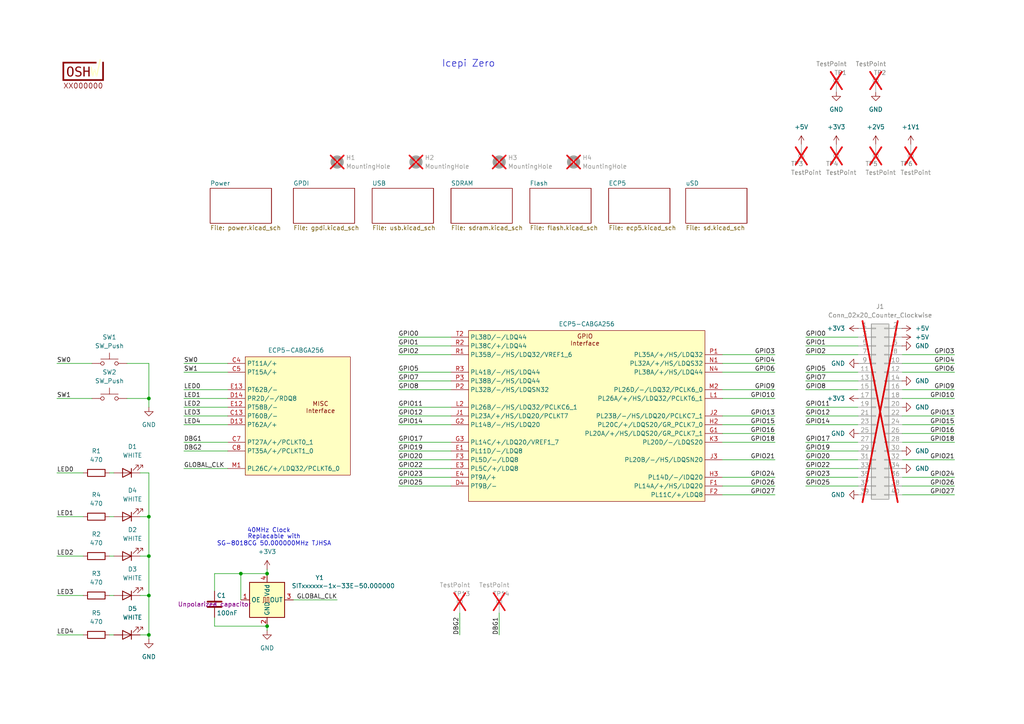
<source format=kicad_sch>
(kicad_sch (version 20250114) (generator "eeschema") (generator_version "9.0")
  (paper "A4")
  (title_block (title "Icepi zero") (date "2025-07-02") (rev "v1.2") (company "Chengyin Yao (cheyao)") (comment 1 "https://github.com/cheyao/icepi-zero") (comment 9 "OSHWA FR000026"))
  (lib_symbols
    (symbol "Connector:TestPoint" (pin_numbers (hide yes)) (pin_names (offset 0.762) (hide yes))
      (property "Reference" "TP" (at 0 6.858 0))
      (property "Value" "TestPoint" (at 0 5.08 0))
      (symbol "TestPoint_1_1"
        (pin passive line (at 0 0 90) (length 2.54) (name "1") (number "1"))
      )
    )
    (symbol "Connector_Generic:Conn_02x20_Odd_Even" (pin_names (offset 1.016) (hide yes))
      (property "Reference" "J" (at 1.27 25.4 0))
      (property "Value" "Conn_02x20_Odd_Even" (at 1.27 -27.94 0))
      (symbol "Conn_02x20_Odd_Even_1_1"
        (pin passive line (at -5.08 22.86 0) (length 3.81) (name "Pin_1") (number "1"))
        (pin passive line (at -5.08 20.32 0) (length 3.81) (name "Pin_3") (number "3"))
        (pin passive line (at -5.08 17.78 0) (length 3.81) (name "Pin_5") (number "5"))
        (pin passive line (at -5.08 15.24 0) (length 3.81) (name "Pin_7") (number "7"))
        (pin passive line (at -5.08 12.7 0) (length 3.81) (name "Pin_9") (number "9"))
        (pin passive line (at -5.08 10.16 0) (length 3.81) (name "Pin_11") (number "11"))
        (pin passive line (at -5.08 7.62 0) (length 3.81) (name "Pin_13") (number "13"))
        (pin passive line (at -5.08 5.08 0) (length 3.81) (name "Pin_15") (number "15"))
        (pin passive line (at -5.08 2.54 0) (length 3.81) (name "Pin_17") (number "17"))
        (pin passive line (at -5.08 0 0) (length 3.81) (name "Pin_19") (number "19"))
        (pin passive line (at -5.08 -2.54 0) (length 3.81) (name "Pin_21") (number "21"))
        (pin passive line (at -5.08 -5.08 0) (length 3.81) (name "Pin_23") (number "23"))
        (pin passive line (at -5.08 -7.62 0) (length 3.81) (name "Pin_25") (number "25"))
        (pin passive line (at -5.08 -10.16 0) (length 3.81) (name "Pin_27") (number "27"))
        (pin passive line (at -5.08 -12.7 0) (length 3.81) (name "Pin_29") (number "29"))
        (pin passive line (at -5.08 -15.24 0) (length 3.81) (name "Pin_31") (number "31"))
        (pin passive line (at -5.08 -17.78 0) (length 3.81) (name "Pin_33") (number "33"))
        (pin passive line (at -5.08 -20.32 0) (length 3.81) (name "Pin_35") (number "35"))
        (pin passive line (at -5.08 -22.86 0) (length 3.81) (name "Pin_37") (number "37"))
        (pin passive line (at -5.08 -25.4 0) (length 3.81) (name "Pin_39") (number "39"))
        (pin passive line (at 7.62 22.86 180) (length 3.81) (name "Pin_2") (number "2"))
        (pin passive line (at 7.62 20.32 180) (length 3.81) (name "Pin_4") (number "4"))
        (pin passive line (at 7.62 17.78 180) (length 3.81) (name "Pin_6") (number "6"))
        (pin passive line (at 7.62 15.24 180) (length 3.81) (name "Pin_8") (number "8"))
        (pin passive line (at 7.62 12.7 180) (length 3.81) (name "Pin_10") (number "10"))
        (pin passive line (at 7.62 10.16 180) (length 3.81) (name "Pin_12") (number "12"))
        (pin passive line (at 7.62 7.62 180) (length 3.81) (name "Pin_14") (number "14"))
        (pin passive line (at 7.62 5.08 180) (length 3.81) (name "Pin_16") (number "16"))
        (pin passive line (at 7.62 2.54 180) (length 3.81) (name "Pin_18") (number "18"))
        (pin passive line (at 7.62 0 180) (length 3.81) (name "Pin_20") (number "20"))
        (pin passive line (at 7.62 -2.54 180) (length 3.81) (name "Pin_22") (number "22"))
        (pin passive line (at 7.62 -5.08 180) (length 3.81) (name "Pin_24") (number "24"))
        (pin passive line (at 7.62 -7.62 180) (length 3.81) (name "Pin_26") (number "26"))
        (pin passive line (at 7.62 -10.16 180) (length 3.81) (name "Pin_28") (number "28"))
        (pin passive line (at 7.62 -12.7 180) (length 3.81) (name "Pin_30") (number "30"))
        (pin passive line (at 7.62 -15.24 180) (length 3.81) (name "Pin_32") (number "32"))
        (pin passive line (at 7.62 -17.78 180) (length 3.81) (name "Pin_34") (number "34"))
        (pin passive line (at 7.62 -20.32 180) (length 3.81) (name "Pin_36") (number "36"))
        (pin passive line (at 7.62 -22.86 180) (length 3.81) (name "Pin_38") (number "38"))
        (pin passive line (at 7.62 -25.4 180) (length 3.81) (name "Pin_40") (number "40"))
      )
    )
    (symbol "Device:C" (pin_numbers (hide yes)) (pin_names (offset 0.254))
      (property "Reference" "C" (at 0.635 2.54 0))
      (property "Value" "C" (at 0.635 -2.54 0))
      (symbol "C_1_1"
        (pin passive line (at 0 3.81 270) (length 2.794) (name "~") (number "1"))
        (pin passive line (at 0 -3.81 90) (length 2.794) (name "~") (number "2"))
      )
    )
    (symbol "Device:LED" (pin_numbers (hide yes)) (pin_names (offset 1.016) (hide yes))
      (property "Reference" "D" (at 0 2.54 0))
      (property "Value" "LED" (at 0 -2.54 0))
      (symbol "LED_1_1"
        (pin passive line (at -3.81 0 0) (length 2.54) (name "K") (number "1"))
        (pin passive line (at 3.81 0 180) (length 2.54) (name "A") (number "2"))
      )
    )
    (symbol "Device:R" (pin_numbers (hide yes)) (pin_names (offset 0))
      (property "Reference" "R" (at 2.032 0 90))
      (property "Value" "R" (at 0 0 90))
      (symbol "R_1_1"
        (pin passive line (at 0 3.81 270) (length 1.27) (name "~") (number "1"))
        (pin passive line (at 0 -3.81 90) (length 1.27) (name "~") (number "2"))
      )
    )
    (symbol "LFE5U-25F-6BG256x_1"
      (property "Reference" "U" (at 48.768 1.016 0))
      (property "Value" "ECP5U-25F-CABGA256" (at 59.436 -1.27 0))
      (symbol "LFE5U-25F-6BG256x_1_1_1"
        (text "Power Block" (at -0.254 0 0) (effects (font (size 1.27 1.27))))
        (pin power_in line (at -45.72 15.24 270) (length 5.08) (name "VCC") (number "G6"))
        (pin power_in line (at -43.18 15.24 270) (length 5.08) (name "VCC") (number "G7"))
        (pin power_in line (at -40.64 15.24 270) (length 5.08) (name "VCC") (number "L8"))
        (pin power_in line (at -38.1 15.24 270) (length 5.08) (name "VCC") (number "L9"))
        (pin power_in line (at -35.56 15.24 270) (length 5.08) (name "VCC") (number "G9"))
        (pin power_in line (at -35.56 -15.24 90) (length 5.08) (name "GND") (number "A16"))
        (pin power_in line (at -33.02 15.24 270) (length 5.08) (name "VCC") (number "L10"))
        (pin power_in line (at -33.02 -15.24 90) (length 5.08) (name "GND") (number "H16"))
        (pin power_in line (at -30.48 -15.24 90) (length 5.08) (name "GND") (number "T16"))
        (pin power_in line (at -27.94 -15.24 90) (length 5.08) (name "GND") (number "D15"))
        (pin power_in line (at -25.4 15.24 270) (length 5.08) (name "VCCAUX") (number "L7"))
        (pin power_in line (at -25.4 -15.24 90) (length 5.08) (name "GND") (number "N15"))
        (pin power_in line (at -22.86 15.24 270) (length 5.08) (name "VCCAUX") (number "G11"))
        (pin power_in line (at -22.86 -15.24 90) (length 5.08) (name "GND") (number "T12"))
        (pin power_in line (at -20.32 -15.24 90) (length 5.08) (name "GND") (number "G10"))
        (pin power_in line (at -17.78 -15.24 90) (length 5.08) (name "GND") (number "H10"))
        (pin power_in line (at -15.24 15.24 270) (length 5.08) (name "VCCIO0") (number "F6"))
        (pin power_in line (at -15.24 -15.24 90) (length 5.08) (name "GND") (number "J10"))
        (pin power_in line (at -12.7 15.24 270) (length 5.08) (name "VCCIO0") (number "F7"))
        (pin power_in line (at -12.7 -15.24 90) (length 5.08) (name "GND") (number "K10"))
        (pin power_in line (at -10.16 -15.24 90) (length 5.08) (name "GND") (number "F9"))
        (pin power_in line (at -7.62 -15.24 90) (length 5.08) (name "GND") (number "H9"))
        (pin power_in line (at -5.08 15.24 270) (length 5.08) (name "VCCIO1") (number "F10"))
        (pin power_in line (at -5.08 -15.24 90) (length 5.08) (name "GND") (number "J9"))
        (pin power_in line (at -2.54 15.24 270) (length 5.08) (name "VCCIO1") (number "F11"))
        (pin power_in line (at -2.54 -15.24 90) (length 5.08) (name "GND") (number "K9"))
        (pin power_in line (at 0 -15.24 90) (length 5.08) (name "GND") (number "F8"))
        (pin power_in line (at 2.54 -15.24 90) (length 5.08) (name "GND") (number "G8"))
        (pin power_in line (at 5.08 15.24 270) (length 5.08) (name "VCCIO2") (number "J11"))
        (pin power_in line (at 5.08 -15.24 90) (length 5.08) (name "GND") (number "H8"))
        (pin power_in line (at 7.62 15.24 270) (length 5.08) (name "VCCIO2") (number "H11"))
        (pin power_in line (at 7.62 -15.24 90) (length 5.08) (name "GND") (number "J8"))
        (pin power_in line (at 10.16 -15.24 90) (length 5.08) (name "GND") (number "K8"))
        (pin power_in line (at 12.7 -15.24 90) (length 5.08) (name "GND") (number "K7"))
        (pin power_in line (at 15.24 15.24 270) (length 5.08) (name "VCCIO3") (number "L11"))
        (pin power_in line (at 15.24 -15.24 90) (length 5.08) (name "GND") (number "K6"))
        (pin power_in line (at 17.78 15.24 270) (length 5.08) (name "VCCIO3") (number "K11"))
        (pin power_in line (at 17.78 -15.24 90) (length 5.08) (name "GND") (number "T5"))
        (pin power_in line (at 20.32 -15.24 90) (length 5.08) (name "GND") (number "D2"))
        (pin power_in line (at 22.86 -15.24 90) (length 5.08) (name "GND") (number "N2"))
        (pin power_in line (at 25.4 15.24 270) (length 5.08) (name "VCCIO6") (number "J6"))
        (pin power_in line (at 25.4 -15.24 90) (length 5.08) (name "GND") (number "A1"))
        (pin power_in line (at 27.94 15.24 270) (length 5.08) (name "VCCIO6") (number "J7"))
        (pin power_in line (at 27.94 -15.24 90) (length 5.08) (name "GND") (number "H1"))
        (pin power_in line (at 30.48 -15.24 90) (length 5.08) (name "GND") (number "T1"))
        (pin power_in line (at 35.56 15.24 270) (length 5.08) (name "VCCIO7") (number "H6"))
        (pin power_in line (at 38.1 15.24 270) (length 5.08) (name "VCCIO7") (number "H7"))
        (pin power_in line (at 45.72 15.24 270) (length 5.08) (name "VCCIO8") (number "L6"))
      )
      (symbol "LFE5U-25F-6BG256x_1_2_1"
        (text "JTAG\nInterface" (at 2.032 0 0) (effects (font (size 1.27 1.27))))
        (pin output line (at -12.7 3.81 0) (length 5.08) (name "TDO") (number "M10"))
        (pin input line (at -12.7 1.27 0) (length 5.08) (name "TDI") (number "R11"))
        (pin input line (at -12.7 -1.27 0) (length 5.08) (name "TCK") (number "T10"))
        (pin input line (at -12.7 -3.81 0) (length 5.08) (name "TMS") (number "T11"))
      )
      (symbol "LFE5U-25F-6BG256x_1_3_1"
        (text "SysIO Config block" (at 8.89 -0.254 0) (effects (font (size 1.27 1.27))))
        (pin bidirectional line (at -30.48 6.35 0) (length 5.08) (name "PB15A/+/HOLDN/DI/BUSY/CSSPIN/CEN") (number "N8"))
        (pin bidirectional line (at -30.48 3.81 0) (length 5.08) (name "CCLK/MCLK/SCK") (number "N9"))
        (pin bidirectional line (at -30.48 1.27 0) (length 5.08) (name "PB11B/-/D0/MOSI/IO0") (number "T8"))
        (pin bidirectional line (at -30.48 -1.27 0) (length 5.08) (name "PB11A/+/D1/MISO/IO1") (number "T7"))
        (pin bidirectional line (at -30.48 -3.81 0) (length 5.08) (name "PL9B/-/D2/IO2") (number "M7"))
        (pin bidirectional line (at -30.48 -6.35 0) (length 5.08) (name "PL9A/+/D3/IO3") (number "N7"))
        (pin input line (at 30.48 6.35 180) (length 5.08) (name "CFG_0") (number "N10"))
        (pin input line (at 30.48 3.81 180) (length 5.08) (name "CFG_1") (number "P10"))
        (pin input line (at 30.48 1.27 180) (length 5.08) (name "CPG_2") (number "R10"))
        (pin output line (at 30.48 -1.27 180) (length 5.08) (name "DONE") (number "P9"))
        (pin bidirectional line (at 30.48 -3.81 180) (length 5.08) (name "INITN") (number "T9"))
        (pin bidirectional line (at 30.48 -6.35 180) (length 5.08) (name "PROGRAMN") (number "R9"))
      )
      (symbol "LFE5U-25F-6BG256x_1_4_1"
        (text "GPDI\nInterface" (at 11.176 0 0) (effects (font (size 1.27 1.27))))
        (pin bidirectional line (at -25.4 15.24 0) (length 5.08) (name "PR35A/+/HS/RDQ32") (number "P16"))
        (pin bidirectional line (at -25.4 12.7 0) (length 5.08) (name "PR35B/-/HS/RDQ32/VREF1_3") (number "R16"))
        (pin bidirectional line (at -25.4 10.16 0) (length 5.08) (name "PR38C/+/RDQ44") (number "R15"))
        (pin bidirectional line (at -25.4 7.62 0) (length 5.08) (name "PR38D/-/RDQ44") (number "T15"))
        (pin bidirectional line (at -25.4 5.08 0) (length 5.08) (name "PR41C/+/RDQ44") (number "R13"))
        (pin bidirectional line (at -25.4 2.54 0) (length 5.08) (name "PR41D/-/RSQ44") (number "T14"))
        (pin bidirectional line (at -25.4 0 0) (length 5.08) (name "PR44A/+/HS/RDQS44") (number "R12"))
        (pin bidirectional line (at -25.4 -2.54 0) (length 5.08) (name "PR44B/-/HS/RDQSN44") (number "T13"))
        (pin bidirectional line (at -25.4 -5.08 0) (length 5.08) (name "PL44A/+/HS/LDQS44") (number "R5"))
        (pin bidirectional line (at -25.4 -7.62 0) (length 5.08) (name "PL41D/-/LDQ44") (number "T3"))
        (pin bidirectional line (at -25.4 -10.16 0) (length 5.08) (name "PL44B/-/HS/LDQSN44") (number "T4"))
        (pin bidirectional line (at -25.4 -12.7 0) (length 5.08) (name "PL47D/-/LDQ44/LLC_GPLL0C_IN") (number "P5"))
        (pin bidirectional line (at -25.4 -15.24 0) (length 5.08) (name "PR32C/+/RDQ32") (number "L14"))
      )
      (symbol "LFE5U-25F-6BG256x_1_5_1"
        (text "USB/UART\nInterface" (at 10.16 0 0) (effects (font (size 1.27 1.27))))
        (pin bidirectional line (at -25.4 16.51 0) (length 5.08) (name "PR23C/-/RDQ20/PCLKT2_0") (number "K16"))
        (pin bidirectional line (at -25.4 13.97 0) (length 5.08) (name "PR23D/-/RDQ20/PCLKC2_0") (number "K15"))
        (pin bidirectional line (at -25.4 11.43 0) (length 5.08) (name "PR26A/+/HS/RDQ32/PCLKT3_1") (number "L16"))
        (pin bidirectional line (at -25.4 8.89 0) (length 5.08) (name "PR26B/-/HS/RDQ32/PCLKC3_1") (number "L15"))
        (pin bidirectional line (at -25.4 3.81 0) (length 5.08) (name "PR11C/+/RDQ8") (number "F15"))
        (pin bidirectional line (at -25.4 1.27 0) (length 5.08) (name "PR11D/-/RDQ8") (number "E16"))
        (pin bidirectional line (at -25.4 -1.27 0) (length 5.08) (name "PR14B/-/HS/RDQ20") (number "G15"))
        (pin bidirectional line (at -25.4 -3.81 0) (length 5.08) (name "PR14D/-/RDQ20") (number "H14"))
        (pin bidirectional line (at -25.4 -8.89 0) (length 5.08) (name "PR23A/+/HS/RDQ20/PCLKT2_1") (number "J16"))
        (pin bidirectional line (at -25.4 -11.43 0) (length 5.08) (name "PR23B/-/HS/RDQ20/PCLKC2_1") (number "J15"))
        (pin bidirectional line (at -25.4 -13.97 0) (length 5.08) (name "PR5C/+/RDQ8") (number "E14"))
        (pin bidirectional line (at -25.4 -16.51 0) (length 5.08) (name "PT51B/-") (number "E11"))
      )
      (symbol "LFE5U-25F-6BG256x_1_6_1"
        (text "SDRAM\nInterface" (at 0.254 29.464 0) (effects (font (size 1.27 1.27))))
        (pin bidirectional line (at -30.48 30.48 0) (length 5.08) (name "PT53A/+") (number "A11"))
        (pin bidirectional line (at -30.48 27.94 0) (length 5.08) (name "PT49A/+") (number "B11"))
        (pin bidirectional line (at -30.48 22.86 0) (length 5.08) (name "PT44A/+") (number "B10"))
        (pin bidirectional line (at -30.48 20.32 0) (length 5.08) (name "PT42A/+") (number "A9"))
        (pin bidirectional line (at -30.48 17.78 0) (length 5.08) (name "PT38A/+/GR_PCLK1_0") (number "B9"))
        (pin bidirectional line (at -30.48 15.24 0) (length 5.08) (name "PT29B/-/PCLKC0_0") (number "A8"))
        (pin bidirectional line (at -30.48 12.7 0) (length 5.08) (name "PT35B/-/PCLK1_0") (number "B8"))
        (pin bidirectional line (at -30.48 10.16 0) (length 5.08) (name "PT29A/+/PCLKT0_0") (number "A7"))
        (pin bidirectional line (at -30.48 7.62 0) (length 5.08) (name "PT27B/-/PCLKC0_1") (number "B7"))
        (pin bidirectional line (at -30.48 5.08 0) (length 5.08) (name "PT18B/-") (number "A6"))
        (pin bidirectional line (at -30.48 2.54 0) (length 5.08) (name "PT22B/-") (number "B6"))
        (pin bidirectional line (at -30.48 0 0) (length 5.08) (name "PT18A/+") (number "A5"))
        (pin bidirectional line (at -30.48 -2.54 0) (length 5.08) (name "PT42B/-") (number "A10"))
        (pin bidirectional line (at -30.48 -5.08 0) (length 5.08) (name "PT15B/-") (number "B5"))
        (pin bidirectional line (at -30.48 -7.62 0) (length 5.08) (name "PT6B/-") (number "A4"))
        (pin bidirectional line (at -30.48 -12.7 0) (length 5.08) (name "PT56A/+") (number "B12"))
        (pin bidirectional line (at -30.48 -15.24 0) (length 5.08) (name "PT11B/-") (number "B4"))
        (pin bidirectional line (at -30.48 -17.78 0) (length 5.08) (name "PT6A/+") (number "A3"))
        (pin bidirectional line (at -30.48 -20.32 0) (length 5.08) (name "PT67A/+") (number "B14"))
        (pin bidirectional line (at -30.48 -22.86 0) (length 5.08) (name "PT4B/-") (number "B3"))
        (pin bidirectional line (at -30.48 -25.4 0) (length 5.08) (name "PT65A/+") (number "A13"))
        (pin bidirectional line (at -30.48 -27.94 0) (length 5.08) (name "PT60A/+") (number "B13"))
        (pin bidirectional line (at -30.48 -30.48 0) (length 5.08) (name "PT53B/-") (number "A12"))
        (pin bidirectional line (at 30.48 30.48 180) (length 5.08) (name "PR2A/+/HS/RDQ8") (number "B16"))
        (pin bidirectional line (at 30.48 27.94 180) (length 5.08) (name "PR2C/+/RDQ8") (number "C14"))
        (pin bidirectional line (at 30.48 25.4 180) (length 5.08) (name "PR5A/+/HS/RDQ8") (number "C16"))
        (pin bidirectional line (at 30.48 22.86 180) (length 5.08) (name "PR5B/-/HS/RDQ8") (number "C15"))
        (pin bidirectional line (at 30.48 20.32 180) (length 5.08) (name "PR8A/+/HS/RDQS8") (number "D16"))
        (pin bidirectional line (at 30.48 17.78 180) (length 5.08) (name "PT67B/-") (number "A15"))
        (pin bidirectional line (at 30.48 15.24 180) (length 5.08) (name "PR2B/-/HS/RDQ8/S0_IN") (number "B15"))
        (pin bidirectional line (at 30.48 12.7 180) (length 5.08) (name "PT65B/-") (number "A14"))
        (pin bidirectional line (at 30.48 10.16 180) (length 5.08) (name "PT4A/+") (number "A2"))
        (pin bidirectional line (at 30.48 7.62 180) (length 5.08) (name "PL2B/-/HS/LDQ8") (number "B2"))
        (pin bidirectional line (at 30.48 5.08 180) (length 5.08) (name "PL8B/-/HS/LDQSN8") (number "E2"))
        (pin bidirectional line (at 30.48 2.54 180) (length 5.08) (name "PL8A/+/HS/LDQS8") (number "D1"))
        (pin bidirectional line (at 30.48 0 180) (length 5.08) (name "PL5B/-/HS/LDQ8") (number "C2"))
        (pin bidirectional line (at 30.48 -2.54 180) (length 5.08) (name "PL5A/+/HS/LDQ8") (number "C1"))
        (pin bidirectional line (at 30.48 -5.08 180) (length 5.08) (name "PL2C/+/LDQ8") (number "C3"))
        (pin bidirectional line (at 30.48 -7.62 180) (length 5.08) (name "PL2A/+/HS/LDQ8") (number "B1"))
      )
      (symbol "LFE5U-25F-6BG256x_1_7_1"
        (text "uSD\nInterface" (at 13.462 0 0) (effects (font (size 1.27 1.27))))
        (pin bidirectional line (at -24.13 7.62 0) (length 5.08) (name "PR38B/-/HS/RDQ44") (number "P14"))
        (pin bidirectional line (at -24.13 5.08 0) (length 5.08) (name "PR41B/-/HS/RDQ44") (number "R14"))
        (pin bidirectional line (at -24.13 2.54 0) (length 5.08) (name "PR26D/-/RDQ32/PCLKC3_0") (number "M15"))
        (pin bidirectional line (at -24.13 0 0) (length 5.08) (name "PR32D/-/RDQ32") (number "M14"))
        (pin bidirectional line (at -24.13 -2.54 0) (length 5.08) (name "PR32A/+/HS/RDQS32") (number "N16"))
        (pin bidirectional line (at -24.13 -5.08 0) (length 5.08) (name "PR32B/-/HS/RDQSN32") (number "P15"))
        (pin bidirectional line (at -24.13 -7.62 0) (length 5.08) (name "PR26C/+/RDQ32/PCLKT3_0") (number "M16"))
      )
      (symbol "LFE5U-25F-6BG256x_1_8_1"
        (text "GPIO\nInterface" (at -0.508 20.828 0) (effects (font (size 1.27 1.27))))
        (pin bidirectional line (at -39.37 21.59 0) (length 5.08) (name "PL38D/-/LDQ44") (number "T2"))
        (pin bidirectional line (at -39.37 19.05 0) (length 5.08) (name "PL38C/+/LDQ44") (number "R2"))
        (pin bidirectional line (at -39.37 16.51 0) (length 5.08) (name "PL35B/-/HS/LDQ32/VREF1_6") (number "R1"))
        (pin bidirectional line (at -39.37 11.43 0) (length 5.08) (name "PL41B/-/HS/LDQ44") (number "R3"))
        (pin bidirectional line (at -39.37 8.89 0) (length 5.08) (name "PL38B/-/HS/LDQ44") (number "P3"))
        (pin bidirectional line (at -39.37 6.35 0) (length 5.08) (name "PL32B/-/HS/LDQSN32") (number "P2"))
        (pin bidirectional line (at -39.37 1.27 0) (length 5.08) (name "PL26B/-/HS/LDQ32/PCLKC6_1") (number "L2"))
        (pin bidirectional line (at -39.37 -1.27 0) (length 5.08) (name "PL23A/+/HS/LDQ20/PCLKT7") (number "J1"))
        (pin bidirectional line (at -39.37 -3.81 0) (length 5.08) (name "PL14B/-/HS/LDQ20") (number "G2"))
        (pin bidirectional line (at -39.37 -8.89 0) (length 5.08) (name "PL14C/+/LDQ20/VREF1_7") (number "G3"))
        (pin bidirectional line (at -39.37 -11.43 0) (length 5.08) (name "PL11D/-/LDQ8") (number "E1"))
        (pin bidirectional line (at -39.37 -13.97 0) (length 5.08) (name "PL5D/-/LDQ8") (number "F3"))
        (pin bidirectional line (at -39.37 -16.51 0) (length 5.08) (name "PL5C/+/LDQ8") (number "E3"))
        (pin bidirectional line (at -39.37 -19.05 0) (length 5.08) (name "PT9A/+") (number "E4"))
        (pin bidirectional line (at -39.37 -21.59 0) (length 5.08) (name "PT9B/-") (number "D4"))
        (pin bidirectional line (at 39.37 16.51 180) (length 5.08) (name "PL35A/+/HS/LDQ32") (number "P1"))
        (pin bidirectional line (at 39.37 13.97 180) (length 5.08) (name "PL32A/+/HS/LDQS32") (number "N1"))
        (pin bidirectional line (at 39.37 11.43 180) (length 5.08) (name "PL38A/+/HS/LDQ44") (number "N4"))
        (pin bidirectional line (at 39.37 6.35 180) (length 5.08) (name "PL26D/-/LDQ32/PCLK6_0") (number "M2"))
        (pin bidirectional line (at 39.37 3.81 180) (length 5.08) (name "PL26A/+/HS/LDQ32/PCLKT6_1") (number "L1"))
        (pin bidirectional line (at 39.37 -1.27 180) (length 5.08) (name "PL23B/-/HS/LDQ20/PCLKC7_1") (number "J2"))
        (pin bidirectional line (at 39.37 -3.81 180) (length 5.08) (name "PL20C/+/LDQS20/GR_PCLK7_0") (number "H2"))
        (pin bidirectional line (at 39.37 -6.35 180) (length 5.08) (name "PL20A/+/HS/LDQS20/GR_PCLK7_1") (number "G1"))
        (pin bidirectional line (at 39.37 -8.89 180) (length 5.08) (name "PL20D/-/LDQS20") (number "K3"))
        (pin bidirectional line (at 39.37 -13.97 180) (length 5.08) (name "PL20B/-/HS/LDQSN20") (number "J3"))
        (pin bidirectional line (at 39.37 -19.05 180) (length 5.08) (name "PL14D/-/lDQ20") (number "H3"))
        (pin bidirectional line (at 39.37 -21.59 180) (length 5.08) (name "PL14A/+/HS/LDQ20") (number "F1"))
        (pin bidirectional line (at 39.37 -24.13 180) (length 5.08) (name "PL11C/+/LDQ8") (number "F2"))
      )
      (symbol "LFE5U-25F-6BG256x_1_9_1"
        (text "MISC\nInterface" (at 6.604 2.54 0) (effects (font (size 1.27 1.27))))
        (pin bidirectional line (at -20.32 15.24 0) (length 5.08) (name "PT11A/+") (number "C4"))
        (pin bidirectional line (at -20.32 12.7 0) (length 5.08) (name "PT15A/+") (number "C5"))
        (pin bidirectional line (at -20.32 7.62 0) (length 5.08) (name "PT62B/-") (number "E13"))
        (pin bidirectional line (at -20.32 5.08 0) (length 5.08) (name "PR2D/-/RDQ8") (number "D14"))
        (pin bidirectional line (at -20.32 2.54 0) (length 5.08) (name "PT58B/-") (number "E12"))
        (pin bidirectional line (at -20.32 0 0) (length 5.08) (name "PT60B/-") (number "C13"))
        (pin bidirectional line (at -20.32 -2.54 0) (length 5.08) (name "PT62A/+") (number "D13"))
        (pin bidirectional line (at -20.32 -7.62 0) (length 5.08) (name "PT27A/+/PCLKT0_1") (number "C7"))
        (pin bidirectional line (at -20.32 -10.16 0) (length 5.08) (name "PT35A/+/PCLKT1_0") (number "C8"))
        (pin bidirectional line (at -20.32 -15.24 0) (length 5.08) (name "PL26C/+/LDQ32/PCLKT6_0") (number "M1"))
      )
      (symbol "LFE5U-25F-6BG256x_1_10_1"
        (text "Unused I/O" (at -1.524 0.254 0) (effects (font (size 1.27 1.27))))
        (pin bidirectional line (at -58.42 30.48 0) (length 5.08) (name "PL2D/-/LDQ8") (number "D3"))
        (pin bidirectional line (at -58.42 27.94 0) (length 5.08) (name "PL8C/+/LDQ8") (number "F4"))
        (pin bidirectional line (at -58.42 25.4 0) (length 5.08) (name "PL8D/-/LDQ8") (number "F5"))
        (pin bidirectional line (at -58.42 22.86 0) (length 5.08) (name "PL11A/+/HS/LDQ8") (number "G5"))
        (pin bidirectional line (at -58.42 20.32 0) (length 5.08) (name "PL11B/-/HS/LDQ8") (number "G4"))
        (pin bidirectional line (at -58.42 17.78 0) (length 5.08) (name "PL17A/+/HS/LDQ20") (number "H5"))
        (pin bidirectional line (at -58.42 15.24 0) (length 5.08) (name "PL17B/-/HS/LDQ20") (number "H4"))
        (pin bidirectional line (at -58.42 12.7 0) (length 5.08) (name "PL17C/+/LDQ20") (number "J4"))
        (pin bidirectional line (at -58.42 10.16 0) (length 5.08) (name "PL17D/-/LDQ20") (number "J5"))
        (pin bidirectional line (at -58.42 7.62 0) (length 5.08) (name "PL23C/+/LDQ20/PCLKT7_0") (number "K1"))
        (pin bidirectional line (at -58.42 5.08 0) (length 5.08) (name "PL23D/-/LDQ20/PCLKC7_0") (number "K2"))
        (pin bidirectional line (at -58.42 2.54 0) (length 5.08) (name "PL29A/+/HS/LDQ32/GR_PCLK6_0") (number "K4"))
        (pin bidirectional line (at -58.42 0 0) (length 5.08) (name "PL29B/-/HS/LDQ32") (number "K5"))
        (pin bidirectional line (at -58.42 -2.54 0) (length 5.08) (name "PL29C/+/LDQ32/GR_PCLK6_1") (number "L4"))
        (pin bidirectional line (at -58.42 -5.08 0) (length 5.08) (name "PL29D/-/LDQ32") (number "L5"))
        (pin bidirectional line (at -58.42 -7.62 0) (length 5.08) (name "PL32C/+/LDQ32") (number "L3"))
        (pin bidirectional line (at -58.42 -10.16 0) (length 5.08) (name "PL32D/-/LDQ32") (number "M3"))
        (pin bidirectional line (at -58.42 -12.7 0) (length 5.08) (name "PL35C/+/LDQ32") (number "M4"))
        (pin bidirectional line (at -58.42 -15.24 0) (length 5.08) (name "PL35D/-/LDQ32") (number "N3"))
        (pin bidirectional line (at -58.42 -17.78 0) (length 5.08) (name "PL41A/+/HS/LDQ44") (number "P4"))
        (pin bidirectional line (at -58.42 -20.32 0) (length 5.08) (name "PL41C/+/LD44") (number "R4"))
        (pin bidirectional line (at -58.42 -22.86 0) (length 5.08) (name "PL44C/+/LDQ44") (number "M5"))
        (pin bidirectional line (at -58.42 -25.4 0) (length 5.08) (name "PL44D/-/LDQ44") (number "N5"))
        (pin bidirectional line (at -58.42 -27.94 0) (length 5.08) (name "PL47A/+/HS/LDQ44") (number "M6"))
        (pin bidirectional line (at -58.42 -30.48 0) (length 5.08) (name "PL47B/-/HS/LDQ44") (number "N6"))
        (pin bidirectional line (at -58.42 -33.02 0) (length 5.08) (name "PL47C/+/LDQ44/LLC+GPLL0T_IN") (number "P6"))
        (pin bidirectional line (at -27.94 43.18 270) (length 5.08) (name "PT13B/-") (number "D5"))
        (pin bidirectional line (at -25.4 43.18 270) (length 5.08) (name "PT13A/+") (number "E5"))
        (pin bidirectional line (at -22.86 43.18 270) (length 5.08) (name "PT20B/-") (number "D6"))
        (pin bidirectional line (at -20.32 43.18 270) (length 5.08) (name "PT20A/+") (number "E6"))
        (pin bidirectional line (at -17.78 43.18 270) (length 5.08) (name "PT22A/+") (number "C6"))
        (pin bidirectional line (at -15.24 43.18 270) (length 5.08) (name "PT24B/-/GR_PCLK0_0") (number "D7"))
        (pin bidirectional line (at -12.7 43.18 270) (length 5.08) (name "PT24A/+/GR_PCLK0_1") (number "E7"))
        (pin bidirectional line (at -11.43 -45.085 90) (length 5.08) (name "PB18A/WRITEN") (number "M9"))
        (pin bidirectional line (at -10.16 43.18 270) (length 5.08) (name "PT33B/-/PCLKC1_1") (number "D8"))
        (pin bidirectional line (at -8.89 -45.085 90) (length 5.08) (name "PB15B/0/DOUT/CSON") (number "M8"))
        (pin bidirectional line (at -7.62 43.18 270) (length 5.08) (name "PT33A/+/PCLKT1_1") (number "E8"))
        (pin bidirectional line (at -6.35 -45.085 90) (length 5.08) (name "PB13B/-/CS1N") (number "P8"))
        (pin bidirectional line (at -5.08 43.18 270) (length 5.08) (name "PT38B/-/GR_PCLK1_1") (number "C9"))
        (pin bidirectional line (at -3.81 -45.085 90) (length 5.08) (name "PB13A/+/SN/CSN") (number "R8"))
        (pin bidirectional line (at -2.54 43.18 270) (length 5.08) (name "PT40B/-") (number "E9"))
        (pin bidirectional line (at -1.27 -45.085 90) (length 5.08) (name "PB6B/-/D4/MOSI2/IO4") (number "P7"))
        (pin bidirectional line (at 0 43.18 270) (length 5.08) (name "PT40A/+") (number "D9"))
        (pin bidirectional line (at 1.27 -45.085 90) (length 5.08) (name "PB6A/+/D5/MISO2/IO5") (number "R7"))
        (pin bidirectional line (at 2.54 43.18 270) (length 5.08) (name "PT44B/-") (number "C10"))
        (pin bidirectional line (at 3.81 -45.085 90) (length 5.08) (name "PB4B/0/D6/IO6") (number "R6"))
        (pin bidirectional line (at 5.08 43.18 270) (length 5.08) (name "PT47B/-") (number "E10"))
        (pin bidirectional line (at 6.35 -45.085 90) (length 5.08) (name "PB4A/+/D7/IO7") (number "T6"))
        (pin bidirectional line (at 7.62 43.18 270) (length 5.08) (name "PT47A/+") (number "D10"))
        (pin bidirectional line (at 10.16 43.18 270) (length 5.08) (name "PT49B/-") (number "C11"))
        (pin bidirectional line (at 12.7 43.18 270) (length 5.08) (name "PT51A/+") (number "D11"))
        (pin bidirectional line (at 15.24 43.18 270) (length 5.08) (name "PT56B/-") (number "C12"))
        (pin bidirectional line (at 17.78 43.18 270) (length 5.08) (name "PT58A/+") (number "D12"))
        (pin bidirectional line (at 57.785 35.56 180) (length 5.08) (name "PR47A/+/HS/RSQ44") (number "M11"))
        (pin bidirectional line (at 57.785 33.02 180) (length 5.08) (name "PR47B/0/HS/RDQ44") (number "N11"))
        (pin bidirectional line (at 57.785 30.48 180) (length 5.08) (name "PR47C/+/RSQ44/LRC_GPLL0T_IN") (number "P11"))
        (pin bidirectional line (at 57.785 27.94 180) (length 5.08) (name "PR47D/-/RDQ44/LRC_GPLL0C_IN") (number "P12"))
        (pin bidirectional line (at 57.785 25.4 180) (length 5.08) (name "PR44C/+/RDQ44") (number "M12"))
        (pin bidirectional line (at 57.785 22.86 180) (length 5.08) (name "PR44D/-/RSQ44") (number "N12"))
        (pin bidirectional line (at 57.785 20.32 180) (length 5.08) (name "PR41A/+/HS/RDQ44") (number "P13"))
        (pin bidirectional line (at 57.785 17.78 180) (length 5.08) (name "PR38A/+/HS/RDQ44") (number "N13"))
        (pin bidirectional line (at 57.785 15.24 180) (length 5.08) (name "PR35C/+/RDQ32") (number "M13"))
        (pin bidirectional line (at 57.785 12.7 180) (length 5.08) (name "PR35D/-/RDQ32") (number "N14"))
        (pin bidirectional line (at 57.785 10.16 180) (length 5.08) (name "PR29A/+/HS/RDQ32/GR_PCLK3_0") (number "K13"))
        (pin bidirectional line (at 57.785 7.62 180) (length 5.08) (name "PR29B/-/HS/RDQ32") (number "K12"))
        (pin bidirectional line (at 57.785 5.08 180) (length 5.08) (name "PR29C/+/RDQ32/GR_PCLK3_1") (number "L13"))
        (pin bidirectional line (at 57.785 2.54 180) (length 5.08) (name "PR29D/-/RDQ32") (number "L12"))
        (pin bidirectional line (at 57.785 0 180) (length 5.08) (name "PR20A/+/HS/RDQS20/GR_PCLK2_1") (number "G16"))
        (pin bidirectional line (at 57.785 -2.54 180) (length 5.08) (name "PR20B/-/HS/RDQSN20") (number "H15"))
        (pin bidirectional line (at 57.785 -5.08 180) (length 5.08) (name "PR20C/+/RDQ20/GR_PCLK2_0") (number "J14"))
        (pin bidirectional line (at 57.785 -7.62 180) (length 5.08) (name "PR20D/-/RDQ20") (number "K14"))
        (pin bidirectional line (at 57.785 -10.16 180) (length 5.08) (name "PR17A/+/HS/RDQ20") (number "H12"))
        (pin bidirectional line (at 57.785 -12.7 180) (length 5.08) (name "PR17B/-/HS/RDQ20") (number "H13"))
        (pin bidirectional line (at 57.785 -15.24 180) (length 5.08) (name "PR17C/+/RDQ20") (number "J13"))
        (pin bidirectional line (at 57.785 -17.78 180) (length 5.08) (name "PR17D/-/RDQ20") (number "J12"))
        (pin bidirectional line (at 57.785 -20.32 180) (length 5.08) (name "PR14A/+/HS/RDQ20") (number "F16"))
        (pin bidirectional line (at 57.785 -22.86 180) (length 5.08) (name "PR14C/+/RDQ20/VREF1_2") (number "G14"))
        (pin bidirectional line (at 57.785 -25.4 180) (length 5.08) (name "PR11A/+/HS/RDQ8") (number "G12"))
        (pin bidirectional line (at 57.785 -27.94 180) (length 5.08) (name "PR11B/-/HS/RDQ8") (number "G13"))
        (pin bidirectional line (at 57.785 -30.48 180) (length 5.08) (name "PR8B/-/HS/RDQSN8") (number "E15"))
        (pin bidirectional line (at 57.785 -33.02 180) (length 5.08) (name "PR8C/+/RDQ8") (number "F13"))
        (pin bidirectional line (at 57.785 -35.56 180) (length 5.08) (name "PR8D/-/RDQ8") (number "F12"))
        (pin bidirectional line (at 57.785 -38.1 180) (length 5.08) (name "PR5D/-/RDQ8") (number "F14"))
      )
    )
    (symbol "Mechanical:MountingHole" (pin_names (offset 1.016)) (in_bom no)
      (property "Reference" "H" (at 0 5.08 0))
      (property "Value" "MountingHole" (at 0 3.175 0))
    )
    (symbol "Oscillator:SiT8008xx-1x-xxE"
      (property "Reference" "Y" (at 4.064 8.89 0))
      (property "Value" "SiT8008xx-1x-xxE" (at 12.446 6.858 0))
      (symbol "SiT8008xx-1x-xxE_1_1"
        (pin input line (at -7.62 0 0) (length 2.54) (name "OE") (number "1"))
        (pin power_in line (at 0 7.62 270) (length 2.54) (name "Vdd") (number "4"))
        (pin power_in line (at 0 -7.62 90) (length 2.54) (name "GND") (number "2"))
        (pin output line (at 7.62 0 180) (length 2.54) (name "OUT") (number "3"))
      )
    )
    (symbol "Switch:SW_Push" (pin_numbers (hide yes)) (pin_names (offset 1.016) (hide yes))
      (property "Reference" "SW" (at 1.27 2.54 0))
      (property "Value" "SW_Push" (at 0 -1.524 0))
      (symbol "SW_Push_0_1"
        (pin passive line (at -5.08 0 0) (length 2.54) (name "1") (number "1"))
        (pin passive line (at 5.08 0 180) (length 2.54) (name "2") (number "2"))
      )
    )
    (symbol "icepi-lib:LFE5U-25F-6BG256x"
      (property "Reference" "U" (at 48.768 1.016 0))
      (property "Value" "ECP5U-25F-CABGA256" (at 59.436 -1.27 0))
      (symbol "LFE5U-25F-6BG256x_1_1"
        (text "Power Block" (at -0.254 0 0) (effects (font (size 1.27 1.27))))
        (pin power_in line (at -45.72 15.24 270) (length 5.08) (name "VCC") (number "G6"))
        (pin power_in line (at -43.18 15.24 270) (length 5.08) (name "VCC") (number "G7"))
        (pin power_in line (at -40.64 15.24 270) (length 5.08) (name "VCC") (number "L8"))
        (pin power_in line (at -38.1 15.24 270) (length 5.08) (name "VCC") (number "L9"))
        (pin power_in line (at -35.56 15.24 270) (length 5.08) (name "VCC") (number "G9"))
        (pin power_in line (at -35.56 -15.24 90) (length 5.08) (name "GND") (number "A16"))
        (pin power_in line (at -33.02 15.24 270) (length 5.08) (name "VCC") (number "L10"))
        (pin power_in line (at -33.02 -15.24 90) (length 5.08) (name "GND") (number "H16"))
        (pin power_in line (at -30.48 -15.24 90) (length 5.08) (name "GND") (number "T16"))
        (pin power_in line (at -27.94 -15.24 90) (length 5.08) (name "GND") (number "D15"))
        (pin power_in line (at -25.4 15.24 270) (length 5.08) (name "VCCAUX") (number "L7"))
        (pin power_in line (at -25.4 -15.24 90) (length 5.08) (name "GND") (number "N15"))
        (pin power_in line (at -22.86 15.24 270) (length 5.08) (name "VCCAUX") (number "G11"))
        (pin power_in line (at -22.86 -15.24 90) (length 5.08) (name "GND") (number "T12"))
        (pin power_in line (at -20.32 -15.24 90) (length 5.08) (name "GND") (number "G10"))
        (pin power_in line (at -17.78 -15.24 90) (length 5.08) (name "GND") (number "H10"))
        (pin power_in line (at -15.24 15.24 270) (length 5.08) (name "VCCIO0") (number "F6"))
        (pin power_in line (at -15.24 -15.24 90) (length 5.08) (name "GND") (number "J10"))
        (pin power_in line (at -12.7 15.24 270) (length 5.08) (name "VCCIO0") (number "F7"))
        (pin power_in line (at -12.7 -15.24 90) (length 5.08) (name "GND") (number "K10"))
        (pin power_in line (at -10.16 -15.24 90) (length 5.08) (name "GND") (number "F9"))
        (pin power_in line (at -7.62 -15.24 90) (length 5.08) (name "GND") (number "H9"))
        (pin power_in line (at -5.08 15.24 270) (length 5.08) (name "VCCIO1") (number "F10"))
        (pin power_in line (at -5.08 -15.24 90) (length 5.08) (name "GND") (number "J9"))
        (pin power_in line (at -2.54 15.24 270) (length 5.08) (name "VCCIO1") (number "F11"))
        (pin power_in line (at -2.54 -15.24 90) (length 5.08) (name "GND") (number "K9"))
        (pin power_in line (at 0 -15.24 90) (length 5.08) (name "GND") (number "F8"))
        (pin power_in line (at 2.54 -15.24 90) (length 5.08) (name "GND") (number "G8"))
        (pin power_in line (at 5.08 15.24 270) (length 5.08) (name "VCCIO2") (number "J11"))
        (pin power_in line (at 5.08 -15.24 90) (length 5.08) (name "GND") (number "H8"))
        (pin power_in line (at 7.62 15.24 270) (length 5.08) (name "VCCIO2") (number "H11"))
        (pin power_in line (at 7.62 -15.24 90) (length 5.08) (name "GND") (number "J8"))
        (pin power_in line (at 10.16 -15.24 90) (length 5.08) (name "GND") (number "K8"))
        (pin power_in line (at 12.7 -15.24 90) (length 5.08) (name "GND") (number "K7"))
        (pin power_in line (at 15.24 15.24 270) (length 5.08) (name "VCCIO3") (number "L11"))
        (pin power_in line (at 15.24 -15.24 90) (length 5.08) (name "GND") (number "K6"))
        (pin power_in line (at 17.78 15.24 270) (length 5.08) (name "VCCIO3") (number "K11"))
        (pin power_in line (at 17.78 -15.24 90) (length 5.08) (name "GND") (number "T5"))
        (pin power_in line (at 20.32 -15.24 90) (length 5.08) (name "GND") (number "D2"))
        (pin power_in line (at 22.86 -15.24 90) (length 5.08) (name "GND") (number "N2"))
        (pin power_in line (at 25.4 15.24 270) (length 5.08) (name "VCCIO6") (number "J6"))
        (pin power_in line (at 25.4 -15.24 90) (length 5.08) (name "GND") (number "A1"))
        (pin power_in line (at 27.94 15.24 270) (length 5.08) (name "VCCIO6") (number "J7"))
        (pin power_in line (at 27.94 -15.24 90) (length 5.08) (name "GND") (number "H1"))
        (pin power_in line (at 30.48 -15.24 90) (length 5.08) (name "GND") (number "T1"))
        (pin power_in line (at 35.56 15.24 270) (length 5.08) (name "VCCIO7") (number "H6"))
        (pin power_in line (at 38.1 15.24 270) (length 5.08) (name "VCCIO7") (number "H7"))
        (pin power_in line (at 45.72 15.24 270) (length 5.08) (name "VCCIO8") (number "L6"))
      )
      (symbol "LFE5U-25F-6BG256x_2_1"
        (text "JTAG\nInterface" (at 2.032 0 0) (effects (font (size 1.27 1.27))))
        (pin output line (at -12.7 3.81 0) (length 5.08) (name "TDO") (number "M10"))
        (pin input line (at -12.7 1.27 0) (length 5.08) (name "TDI") (number "R11"))
        (pin input line (at -12.7 -1.27 0) (length 5.08) (name "TCK") (number "T10"))
        (pin input line (at -12.7 -3.81 0) (length 5.08) (name "TMS") (number "T11"))
      )
      (symbol "LFE5U-25F-6BG256x_3_1"
        (text "SysIO Config block" (at 8.89 -0.254 0) (effects (font (size 1.27 1.27))))
        (pin bidirectional line (at -30.48 6.35 0) (length 5.08) (name "PB15A/+/HOLDN/DI/BUSY/CSSPIN/CEN") (number "N8"))
        (pin bidirectional line (at -30.48 3.81 0) (length 5.08) (name "CCLK/MCLK/SCK") (number "N9"))
        (pin bidirectional line (at -30.48 1.27 0) (length 5.08) (name "PB11B/-/D0/MOSI/IO0") (number "T8"))
        (pin bidirectional line (at -30.48 -1.27 0) (length 5.08) (name "PB11A/+/D1/MISO/IO1") (number "T7"))
        (pin bidirectional line (at -30.48 -3.81 0) (length 5.08) (name "PL9B/-/D2/IO2") (number "M7"))
        (pin bidirectional line (at -30.48 -6.35 0) (length 5.08) (name "PL9A/+/D3/IO3") (number "N7"))
        (pin input line (at 30.48 6.35 180) (length 5.08) (name "CFG_0") (number "N10"))
        (pin input line (at 30.48 3.81 180) (length 5.08) (name "CFG_1") (number "P10"))
        (pin input line (at 30.48 1.27 180) (length 5.08) (name "CPG_2") (number "R10"))
        (pin output line (at 30.48 -1.27 180) (length 5.08) (name "DONE") (number "P9"))
        (pin bidirectional line (at 30.48 -3.81 180) (length 5.08) (name "INITN") (number "T9"))
        (pin bidirectional line (at 30.48 -6.35 180) (length 5.08) (name "PROGRAMN") (number "R9"))
      )
      (symbol "LFE5U-25F-6BG256x_4_1"
        (text "GPDI\nInterface" (at 11.176 0 0) (effects (font (size 1.27 1.27))))
        (pin bidirectional line (at -25.4 15.24 0) (length 5.08) (name "PR35A/+/HS/RDQ32") (number "P16"))
        (pin bidirectional line (at -25.4 12.7 0) (length 5.08) (name "PR35B/-/HS/RDQ32/VREF1_3") (number "R16"))
        (pin bidirectional line (at -25.4 10.16 0) (length 5.08) (name "PR38C/+/RDQ44") (number "R15"))
        (pin bidirectional line (at -25.4 7.62 0) (length 5.08) (name "PR38D/-/RDQ44") (number "T15"))
        (pin bidirectional line (at -25.4 5.08 0) (length 5.08) (name "PR41C/+/RDQ44") (number "R13"))
        (pin bidirectional line (at -25.4 2.54 0) (length 5.08) (name "PR41D/-/RSQ44") (number "T14"))
        (pin bidirectional line (at -25.4 0 0) (length 5.08) (name "PR44A/+/HS/RDQS44") (number "R12"))
        (pin bidirectional line (at -25.4 -2.54 0) (length 5.08) (name "PR44B/-/HS/RDQSN44") (number "T13"))
        (pin bidirectional line (at -25.4 -5.08 0) (length 5.08) (name "PL44A/+/HS/LDQS44") (number "R5"))
        (pin bidirectional line (at -25.4 -7.62 0) (length 5.08) (name "PL41D/-/LDQ44") (number "T3"))
        (pin bidirectional line (at -25.4 -10.16 0) (length 5.08) (name "PL44B/-/HS/LDQSN44") (number "T4"))
        (pin bidirectional line (at -25.4 -12.7 0) (length 5.08) (name "PL47D/-/LDQ44/LLC_GPLL0C_IN") (number "P5"))
        (pin bidirectional line (at -25.4 -15.24 0) (length 5.08) (name "PR32C/+/RDQ32") (number "L14"))
      )
      (symbol "LFE5U-25F-6BG256x_5_1"
        (text "USB/UART\nInterface" (at 10.16 0 0) (effects (font (size 1.27 1.27))))
        (pin bidirectional line (at -25.4 16.51 0) (length 5.08) (name "PR23C/-/RDQ20/PCLKT2_0") (number "K16"))
        (pin bidirectional line (at -25.4 13.97 0) (length 5.08) (name "PR23D/-/RDQ20/PCLKC2_0") (number "K15"))
        (pin bidirectional line (at -25.4 11.43 0) (length 5.08) (name "PR26A/+/HS/RDQ32/PCLKT3_1") (number "L16"))
        (pin bidirectional line (at -25.4 8.89 0) (length 5.08) (name "PR26B/-/HS/RDQ32/PCLKC3_1") (number "L15"))
        (pin bidirectional line (at -25.4 3.81 0) (length 5.08) (name "PR11C/+/RDQ8") (number "F15"))
        (pin bidirectional line (at -25.4 1.27 0) (length 5.08) (name "PR11D/-/RDQ8") (number "E16"))
        (pin bidirectional line (at -25.4 -1.27 0) (length 5.08) (name "PR14B/-/HS/RDQ20") (number "G15"))
        (pin bidirectional line (at -25.4 -3.81 0) (length 5.08) (name "PR14D/-/RDQ20") (number "H14"))
        (pin bidirectional line (at -25.4 -8.89 0) (length 5.08) (name "PR23A/+/HS/RDQ20/PCLKT2_1") (number "J16"))
        (pin bidirectional line (at -25.4 -11.43 0) (length 5.08) (name "PR23B/-/HS/RDQ20/PCLKC2_1") (number "J15"))
        (pin bidirectional line (at -25.4 -13.97 0) (length 5.08) (name "PR5C/+/RDQ8") (number "E14"))
        (pin bidirectional line (at -25.4 -16.51 0) (length 5.08) (name "PT51B/-") (number "E11"))
      )
      (symbol "LFE5U-25F-6BG256x_6_1"
        (text "SDRAM\nInterface" (at 0.254 29.464 0) (effects (font (size 1.27 1.27))))
        (pin bidirectional line (at -30.48 30.48 0) (length 5.08) (name "PT53A/+") (number "A11"))
        (pin bidirectional line (at -30.48 27.94 0) (length 5.08) (name "PT49A/+") (number "B11"))
        (pin bidirectional line (at -30.48 22.86 0) (length 5.08) (name "PT44A/+") (number "B10"))
        (pin bidirectional line (at -30.48 20.32 0) (length 5.08) (name "PT42A/+") (number "A9"))
        (pin bidirectional line (at -30.48 17.78 0) (length 5.08) (name "PT38A/+/GR_PCLK1_0") (number "B9"))
        (pin bidirectional line (at -30.48 15.24 0) (length 5.08) (name "PT29B/-/PCLKC0_0") (number "A8"))
        (pin bidirectional line (at -30.48 12.7 0) (length 5.08) (name "PT35B/-/PCLK1_0") (number "B8"))
        (pin bidirectional line (at -30.48 10.16 0) (length 5.08) (name "PT29A/+/PCLKT0_0") (number "A7"))
        (pin bidirectional line (at -30.48 7.62 0) (length 5.08) (name "PT27B/-/PCLKC0_1") (number "B7"))
        (pin bidirectional line (at -30.48 5.08 0) (length 5.08) (name "PT18B/-") (number "A6"))
        (pin bidirectional line (at -30.48 2.54 0) (length 5.08) (name "PT22B/-") (number "B6"))
        (pin bidirectional line (at -30.48 0 0) (length 5.08) (name "PT18A/+") (number "A5"))
        (pin bidirectional line (at -30.48 -2.54 0) (length 5.08) (name "PT42B/-") (number "A10"))
        (pin bidirectional line (at -30.48 -5.08 0) (length 5.08) (name "PT15B/-") (number "B5"))
        (pin bidirectional line (at -30.48 -7.62 0) (length 5.08) (name "PT6B/-") (number "A4"))
        (pin bidirectional line (at -30.48 -12.7 0) (length 5.08) (name "PT56A/+") (number "B12"))
        (pin bidirectional line (at -30.48 -15.24 0) (length 5.08) (name "PT11B/-") (number "B4"))
        (pin bidirectional line (at -30.48 -17.78 0) (length 5.08) (name "PT6A/+") (number "A3"))
        (pin bidirectional line (at -30.48 -20.32 0) (length 5.08) (name "PT67A/+") (number "B14"))
        (pin bidirectional line (at -30.48 -22.86 0) (length 5.08) (name "PT4B/-") (number "B3"))
        (pin bidirectional line (at -30.48 -25.4 0) (length 5.08) (name "PT65A/+") (number "A13"))
        (pin bidirectional line (at -30.48 -27.94 0) (length 5.08) (name "PT60A/+") (number "B13"))
        (pin bidirectional line (at -30.48 -30.48 0) (length 5.08) (name "PT53B/-") (number "A12"))
        (pin bidirectional line (at 30.48 30.48 180) (length 5.08) (name "PR2A/+/HS/RDQ8") (number "B16"))
        (pin bidirectional line (at 30.48 27.94 180) (length 5.08) (name "PR2C/+/RDQ8") (number "C14"))
        (pin bidirectional line (at 30.48 25.4 180) (length 5.08) (name "PR5A/+/HS/RDQ8") (number "C16"))
        (pin bidirectional line (at 30.48 22.86 180) (length 5.08) (name "PR5B/-/HS/RDQ8") (number "C15"))
        (pin bidirectional line (at 30.48 20.32 180) (length 5.08) (name "PR8A/+/HS/RDQS8") (number "D16"))
        (pin bidirectional line (at 30.48 17.78 180) (length 5.08) (name "PT67B/-") (number "A15"))
        (pin bidirectional line (at 30.48 15.24 180) (length 5.08) (name "PR2B/-/HS/RDQ8/S0_IN") (number "B15"))
        (pin bidirectional line (at 30.48 12.7 180) (length 5.08) (name "PT65B/-") (number "A14"))
        (pin bidirectional line (at 30.48 10.16 180) (length 5.08) (name "PT4A/+") (number "A2"))
        (pin bidirectional line (at 30.48 7.62 180) (length 5.08) (name "PL2B/-/HS/LDQ8") (number "B2"))
        (pin bidirectional line (at 30.48 5.08 180) (length 5.08) (name "PL8B/-/HS/LDQSN8") (number "E2"))
        (pin bidirectional line (at 30.48 2.54 180) (length 5.08) (name "PL8A/+/HS/LDQS8") (number "D1"))
        (pin bidirectional line (at 30.48 0 180) (length 5.08) (name "PL5B/-/HS/LDQ8") (number "C2"))
        (pin bidirectional line (at 30.48 -2.54 180) (length 5.08) (name "PL5A/+/HS/LDQ8") (number "C1"))
        (pin bidirectional line (at 30.48 -5.08 180) (length 5.08) (name "PL2C/+/LDQ8") (number "C3"))
        (pin bidirectional line (at 30.48 -7.62 180) (length 5.08) (name "PL2A/+/HS/LDQ8") (number "B1"))
      )
      (symbol "LFE5U-25F-6BG256x_7_1"
        (text "uSD\nInterface" (at 13.462 0 0) (effects (font (size 1.27 1.27))))
        (pin bidirectional line (at -24.13 7.62 0) (length 5.08) (name "PR38B/-/HS/RDQ44") (number "P14"))
        (pin bidirectional line (at -24.13 5.08 0) (length 5.08) (name "PR41B/-/HS/RDQ44") (number "R14"))
        (pin bidirectional line (at -24.13 2.54 0) (length 5.08) (name "PR26D/-/RDQ32/PCLKC3_0") (number "M15"))
        (pin bidirectional line (at -24.13 0 0) (length 5.08) (name "PR32D/-/RDQ32") (number "M14"))
        (pin bidirectional line (at -24.13 -2.54 0) (length 5.08) (name "PR32A/+/HS/RDQS32") (number "N16"))
        (pin bidirectional line (at -24.13 -5.08 0) (length 5.08) (name "PR32B/-/HS/RDQSN32") (number "P15"))
        (pin bidirectional line (at -24.13 -7.62 0) (length 5.08) (name "PR26C/+/RDQ32/PCLKT3_0") (number "M16"))
      )
      (symbol "LFE5U-25F-6BG256x_8_1"
        (text "GPIO\nInterface" (at -0.508 20.828 0) (effects (font (size 1.27 1.27))))
        (pin bidirectional line (at -39.37 21.59 0) (length 5.08) (name "PL38D/-/LDQ44") (number "T2"))
        (pin bidirectional line (at -39.37 19.05 0) (length 5.08) (name "PL38C/+/LDQ44") (number "R2"))
        (pin bidirectional line (at -39.37 16.51 0) (length 5.08) (name "PL35B/-/HS/LDQ32/VREF1_6") (number "R1"))
        (pin bidirectional line (at -39.37 11.43 0) (length 5.08) (name "PL41B/-/HS/LDQ44") (number "R3"))
        (pin bidirectional line (at -39.37 8.89 0) (length 5.08) (name "PL38B/-/HS/LDQ44") (number "P3"))
        (pin bidirectional line (at -39.37 6.35 0) (length 5.08) (name "PL32B/-/HS/LDQSN32") (number "P2"))
        (pin bidirectional line (at -39.37 1.27 0) (length 5.08) (name "PL26B/-/HS/LDQ32/PCLKC6_1") (number "L2"))
        (pin bidirectional line (at -39.37 -1.27 0) (length 5.08) (name "PL23A/+/HS/LDQ20/PCLKT7") (number "J1"))
        (pin bidirectional line (at -39.37 -3.81 0) (length 5.08) (name "PL14B/-/HS/LDQ20") (number "G2"))
        (pin bidirectional line (at -39.37 -8.89 0) (length 5.08) (name "PL14C/+/LDQ20/VREF1_7") (number "G3"))
        (pin bidirectional line (at -39.37 -11.43 0) (length 5.08) (name "PL11D/-/LDQ8") (number "E1"))
        (pin bidirectional line (at -39.37 -13.97 0) (length 5.08) (name "PL5D/-/LDQ8") (number "F3"))
        (pin bidirectional line (at -39.37 -16.51 0) (length 5.08) (name "PL5C/+/LDQ8") (number "E3"))
        (pin bidirectional line (at -39.37 -19.05 0) (length 5.08) (name "PT9A/+") (number "E4"))
        (pin bidirectional line (at -39.37 -21.59 0) (length 5.08) (name "PT9B/-") (number "D4"))
        (pin bidirectional line (at 39.37 16.51 180) (length 5.08) (name "PL35A/+/HS/LDQ32") (number "P1"))
        (pin bidirectional line (at 39.37 13.97 180) (length 5.08) (name "PL32A/+/HS/LDQS32") (number "N1"))
        (pin bidirectional line (at 39.37 11.43 180) (length 5.08) (name "PL38A/+/HS/LDQ44") (number "N4"))
        (pin bidirectional line (at 39.37 6.35 180) (length 5.08) (name "PL26D/-/LDQ32/PCLK6_0") (number "M2"))
        (pin bidirectional line (at 39.37 3.81 180) (length 5.08) (name "PL26A/+/HS/LDQ32/PCLKT6_1") (number "L1"))
        (pin bidirectional line (at 39.37 -1.27 180) (length 5.08) (name "PL23B/-/HS/LDQ20/PCLKC7_1") (number "J2"))
        (pin bidirectional line (at 39.37 -3.81 180) (length 5.08) (name "PL20C/+/LDQS20/GR_PCLK7_0") (number "H2"))
        (pin bidirectional line (at 39.37 -6.35 180) (length 5.08) (name "PL20A/+/HS/LDQS20/GR_PCLK7_1") (number "G1"))
        (pin bidirectional line (at 39.37 -8.89 180) (length 5.08) (name "PL20D/-/LDQS20") (number "K3"))
        (pin bidirectional line (at 39.37 -13.97 180) (length 5.08) (name "PL20B/-/HS/LDQSN20") (number "J3"))
        (pin bidirectional line (at 39.37 -19.05 180) (length 5.08) (name "PL14D/-/lDQ20") (number "H3"))
        (pin bidirectional line (at 39.37 -21.59 180) (length 5.08) (name "PL14A/+/HS/LDQ20") (number "F1"))
        (pin bidirectional line (at 39.37 -24.13 180) (length 5.08) (name "PL11C/+/LDQ8") (number "F2"))
      )
      (symbol "LFE5U-25F-6BG256x_9_1"
        (text "MISC\nInterface" (at 6.604 2.54 0) (effects (font (size 1.27 1.27))))
        (pin bidirectional line (at -20.32 15.24 0) (length 5.08) (name "PT11A/+") (number "C4"))
        (pin bidirectional line (at -20.32 12.7 0) (length 5.08) (name "PT15A/+") (number "C5"))
        (pin bidirectional line (at -20.32 7.62 0) (length 5.08) (name "PT62B/-") (number "E13"))
        (pin bidirectional line (at -20.32 5.08 0) (length 5.08) (name "PR2D/-/RDQ8") (number "D14"))
        (pin bidirectional line (at -20.32 2.54 0) (length 5.08) (name "PT58B/-") (number "E12"))
        (pin bidirectional line (at -20.32 0 0) (length 5.08) (name "PT60B/-") (number "C13"))
        (pin bidirectional line (at -20.32 -2.54 0) (length 5.08) (name "PT62A/+") (number "D13"))
        (pin bidirectional line (at -20.32 -7.62 0) (length 5.08) (name "PT27A/+/PCLKT0_1") (number "C7"))
        (pin bidirectional line (at -20.32 -10.16 0) (length 5.08) (name "PT35A/+/PCLKT1_0") (number "C8"))
        (pin bidirectional line (at -20.32 -15.24 0) (length 5.08) (name "PL26C/+/LDQ32/PCLKT6_0") (number "M1"))
      )
      (symbol "LFE5U-25F-6BG256x_10_1"
        (text "Unused I/O" (at -1.524 0.254 0) (effects (font (size 1.27 1.27))))
        (pin bidirectional line (at -58.42 30.48 0) (length 5.08) (name "PL2D/-/LDQ8") (number "D3"))
        (pin bidirectional line (at -58.42 27.94 0) (length 5.08) (name "PL8C/+/LDQ8") (number "F4"))
        (pin bidirectional line (at -58.42 25.4 0) (length 5.08) (name "PL8D/-/LDQ8") (number "F5"))
        (pin bidirectional line (at -58.42 22.86 0) (length 5.08) (name "PL11A/+/HS/LDQ8") (number "G5"))
        (pin bidirectional line (at -58.42 20.32 0) (length 5.08) (name "PL11B/-/HS/LDQ8") (number "G4"))
        (pin bidirectional line (at -58.42 17.78 0) (length 5.08) (name "PL17A/+/HS/LDQ20") (number "H5"))
        (pin bidirectional line (at -58.42 15.24 0) (length 5.08) (name "PL17B/-/HS/LDQ20") (number "H4"))
        (pin bidirectional line (at -58.42 12.7 0) (length 5.08) (name "PL17C/+/LDQ20") (number "J4"))
        (pin bidirectional line (at -58.42 10.16 0) (length 5.08) (name "PL17D/-/LDQ20") (number "J5"))
        (pin bidirectional line (at -58.42 7.62 0) (length 5.08) (name "PL23C/+/LDQ20/PCLKT7_0") (number "K1"))
        (pin bidirectional line (at -58.42 5.08 0) (length 5.08) (name "PL23D/-/LDQ20/PCLKC7_0") (number "K2"))
        (pin bidirectional line (at -58.42 2.54 0) (length 5.08) (name "PL29A/+/HS/LDQ32/GR_PCLK6_0") (number "K4"))
        (pin bidirectional line (at -58.42 0 0) (length 5.08) (name "PL29B/-/HS/LDQ32") (number "K5"))
        (pin bidirectional line (at -58.42 -2.54 0) (length 5.08) (name "PL29C/+/LDQ32/GR_PCLK6_1") (number "L4"))
        (pin bidirectional line (at -58.42 -5.08 0) (length 5.08) (name "PL29D/-/LDQ32") (number "L5"))
        (pin bidirectional line (at -58.42 -7.62 0) (length 5.08) (name "PL32C/+/LDQ32") (number "L3"))
        (pin bidirectional line (at -58.42 -10.16 0) (length 5.08) (name "PL32D/-/LDQ32") (number "M3"))
        (pin bidirectional line (at -58.42 -12.7 0) (length 5.08) (name "PL35C/+/LDQ32") (number "M4"))
        (pin bidirectional line (at -58.42 -15.24 0) (length 5.08) (name "PL35D/-/LDQ32") (number "N3"))
        (pin bidirectional line (at -58.42 -17.78 0) (length 5.08) (name "PL41A/+/HS/LDQ44") (number "P4"))
        (pin bidirectional line (at -58.42 -20.32 0) (length 5.08) (name "PL41C/+/LD44") (number "R4"))
        (pin bidirectional line (at -58.42 -22.86 0) (length 5.08) (name "PL44C/+/LDQ44") (number "M5"))
        (pin bidirectional line (at -58.42 -25.4 0) (length 5.08) (name "PL44D/-/LDQ44") (number "N5"))
        (pin bidirectional line (at -58.42 -27.94 0) (length 5.08) (name "PL47A/+/HS/LDQ44") (number "M6"))
        (pin bidirectional line (at -58.42 -30.48 0) (length 5.08) (name "PL47B/-/HS/LDQ44") (number "N6"))
        (pin bidirectional line (at -58.42 -33.02 0) (length 5.08) (name "PL47C/+/LDQ44/LLC+GPLL0T_IN") (number "P6"))
        (pin bidirectional line (at -27.94 43.18 270) (length 5.08) (name "PT13B/-") (number "D5"))
        (pin bidirectional line (at -25.4 43.18 270) (length 5.08) (name "PT13A/+") (number "E5"))
        (pin bidirectional line (at -22.86 43.18 270) (length 5.08) (name "PT20B/-") (number "D6"))
        (pin bidirectional line (at -20.32 43.18 270) (length 5.08) (name "PT20A/+") (number "E6"))
        (pin bidirectional line (at -17.78 43.18 270) (length 5.08) (name "PT22A/+") (number "C6"))
        (pin bidirectional line (at -15.24 43.18 270) (length 5.08) (name "PT24B/-/GR_PCLK0_0") (number "D7"))
        (pin bidirectional line (at -12.7 43.18 270) (length 5.08) (name "PT24A/+/GR_PCLK0_1") (number "E7"))
        (pin bidirectional line (at -11.43 -45.085 90) (length 5.08) (name "PB18A/WRITEN") (number "M9"))
        (pin bidirectional line (at -10.16 43.18 270) (length 5.08) (name "PT33B/-/PCLKC1_1") (number "D8"))
        (pin bidirectional line (at -8.89 -45.085 90) (length 5.08) (name "PB15B/0/DOUT/CSON") (number "M8"))
        (pin bidirectional line (at -7.62 43.18 270) (length 5.08) (name "PT33A/+/PCLKT1_1") (number "E8"))
        (pin bidirectional line (at -6.35 -45.085 90) (length 5.08) (name "PB13B/-/CS1N") (number "P8"))
        (pin bidirectional line (at -5.08 43.18 270) (length 5.08) (name "PT38B/-/GR_PCLK1_1") (number "C9"))
        (pin bidirectional line (at -3.81 -45.085 90) (length 5.08) (name "PB13A/+/SN/CSN") (number "R8"))
        (pin bidirectional line (at -2.54 43.18 270) (length 5.08) (name "PT40B/-") (number "E9"))
        (pin bidirectional line (at -1.27 -45.085 90) (length 5.08) (name "PB6B/-/D4/MOSI2/IO4") (number "P7"))
        (pin bidirectional line (at 0 43.18 270) (length 5.08) (name "PT40A/+") (number "D9"))
        (pin bidirectional line (at 1.27 -45.085 90) (length 5.08) (name "PB6A/+/D5/MISO2/IO5") (number "R7"))
        (pin bidirectional line (at 2.54 43.18 270) (length 5.08) (name "PT44B/-") (number "C10"))
        (pin bidirectional line (at 3.81 -45.085 90) (length 5.08) (name "PB4B/0/D6/IO6") (number "R6"))
        (pin bidirectional line (at 5.08 43.18 270) (length 5.08) (name "PT47B/-") (number "E10"))
        (pin bidirectional line (at 6.35 -45.085 90) (length 5.08) (name "PB4A/+/D7/IO7") (number "T6"))
        (pin bidirectional line (at 7.62 43.18 270) (length 5.08) (name "PT47A/+") (number "D10"))
        (pin bidirectional line (at 10.16 43.18 270) (length 5.08) (name "PT49B/-") (number "C11"))
        (pin bidirectional line (at 12.7 43.18 270) (length 5.08) (name "PT51A/+") (number "D11"))
        (pin bidirectional line (at 15.24 43.18 270) (length 5.08) (name "PT56B/-") (number "C12"))
        (pin bidirectional line (at 17.78 43.18 270) (length 5.08) (name "PT58A/+") (number "D12"))
        (pin bidirectional line (at 57.785 35.56 180) (length 5.08) (name "PR47A/+/HS/RSQ44") (number "M11"))
        (pin bidirectional line (at 57.785 33.02 180) (length 5.08) (name "PR47B/0/HS/RDQ44") (number "N11"))
        (pin bidirectional line (at 57.785 30.48 180) (length 5.08) (name "PR47C/+/RSQ44/LRC_GPLL0T_IN") (number "P11"))
        (pin bidirectional line (at 57.785 27.94 180) (length 5.08) (name "PR47D/-/RDQ44/LRC_GPLL0C_IN") (number "P12"))
        (pin bidirectional line (at 57.785 25.4 180) (length 5.08) (name "PR44C/+/RDQ44") (number "M12"))
        (pin bidirectional line (at 57.785 22.86 180) (length 5.08) (name "PR44D/-/RSQ44") (number "N12"))
        (pin bidirectional line (at 57.785 20.32 180) (length 5.08) (name "PR41A/+/HS/RDQ44") (number "P13"))
        (pin bidirectional line (at 57.785 17.78 180) (length 5.08) (name "PR38A/+/HS/RDQ44") (number "N13"))
        (pin bidirectional line (at 57.785 15.24 180) (length 5.08) (name "PR35C/+/RDQ32") (number "M13"))
        (pin bidirectional line (at 57.785 12.7 180) (length 5.08) (name "PR35D/-/RDQ32") (number "N14"))
        (pin bidirectional line (at 57.785 10.16 180) (length 5.08) (name "PR29A/+/HS/RDQ32/GR_PCLK3_0") (number "K13"))
        (pin bidirectional line (at 57.785 7.62 180) (length 5.08) (name "PR29B/-/HS/RDQ32") (number "K12"))
        (pin bidirectional line (at 57.785 5.08 180) (length 5.08) (name "PR29C/+/RDQ32/GR_PCLK3_1") (number "L13"))
        (pin bidirectional line (at 57.785 2.54 180) (length 5.08) (name "PR29D/-/RDQ32") (number "L12"))
        (pin bidirectional line (at 57.785 0 180) (length 5.08) (name "PR20A/+/HS/RDQS20/GR_PCLK2_1") (number "G16"))
        (pin bidirectional line (at 57.785 -2.54 180) (length 5.08) (name "PR20B/-/HS/RDQSN20") (number "H15"))
        (pin bidirectional line (at 57.785 -5.08 180) (length 5.08) (name "PR20C/+/RDQ20/GR_PCLK2_0") (number "J14"))
        (pin bidirectional line (at 57.785 -7.62 180) (length 5.08) (name "PR20D/-/RDQ20") (number "K14"))
        (pin bidirectional line (at 57.785 -10.16 180) (length 5.08) (name "PR17A/+/HS/RDQ20") (number "H12"))
        (pin bidirectional line (at 57.785 -12.7 180) (length 5.08) (name "PR17B/-/HS/RDQ20") (number "H13"))
        (pin bidirectional line (at 57.785 -15.24 180) (length 5.08) (name "PR17C/+/RDQ20") (number "J13"))
        (pin bidirectional line (at 57.785 -17.78 180) (length 5.08) (name "PR17D/-/RDQ20") (number "J12"))
        (pin bidirectional line (at 57.785 -20.32 180) (length 5.08) (name "PR14A/+/HS/RDQ20") (number "F16"))
        (pin bidirectional line (at 57.785 -22.86 180) (length 5.08) (name "PR14C/+/RDQ20/VREF1_2") (number "G14"))
        (pin bidirectional line (at 57.785 -25.4 180) (length 5.08) (name "PR11A/+/HS/RDQ8") (number "G12"))
        (pin bidirectional line (at 57.785 -27.94 180) (length 5.08) (name "PR11B/-/HS/RDQ8") (number "G13"))
        (pin bidirectional line (at 57.785 -30.48 180) (length 5.08) (name "PR8B/-/HS/RDQSN8") (number "E15"))
        (pin bidirectional line (at 57.785 -33.02 180) (length 5.08) (name "PR8C/+/RDQ8") (number "F13"))
        (pin bidirectional line (at 57.785 -35.56 180) (length 5.08) (name "PR8D/-/RDQ8") (number "F12"))
        (pin bidirectional line (at 57.785 -38.1 180) (length 5.08) (name "PR5D/-/RDQ8") (number "F14"))
      )
    )
    (symbol "oshw:OSHW_Certification_Mark_Stacked_Medium" (in_bom no) (on_board no)
      (symbol "OSHW_Certification_Mark_Stacked_Medium_1_1"
        (text "XX000000" (at 0 -4.572 0) (effects (font (size 1.5 1.5))))
      )
    )
    (symbol "power:+1V1" (power) (pin_numbers (hide yes)) (pin_names (offset 0) (hide yes))
      (property "Value" "+1V1" (at 0 3.556 0))
      (symbol "+1V1_1_1"
        (pin power_in line (at 0 0 90) (length 0) (name "~") (number "1"))
      )
    )
    (symbol "power:+2V5" (power) (pin_numbers (hide yes)) (pin_names (offset 0) (hide yes))
      (property "Value" "+2V5" (at 0 3.556 0))
      (symbol "+2V5_1_1"
        (pin power_in line (at 0 0 90) (length 0) (name "~") (number "1"))
      )
    )
    (symbol "power:+3V3" (power) (pin_numbers (hide yes)) (pin_names (offset 0) (hide yes))
      (property "Value" "+3V3" (at 0 3.556 0))
      (symbol "+3V3_1_1"
        (pin power_in line (at 0 0 90) (length 0) (name "~") (number "1"))
      )
    )
    (symbol "power:+5V" (power) (pin_numbers (hide yes)) (pin_names (offset 0) (hide yes))
      (property "Value" "+5V" (at 0 3.556 0))
      (symbol "+5V_1_1"
        (pin power_in line (at 0 0 90) (length 0) (name "~") (number "1"))
      )
    )
    (symbol "power:GND" (power) (pin_numbers (hide yes)) (pin_names (offset 0) (hide yes))
      (property "Value" "GND" (at 0 -3.81 0))
      (symbol "GND_1_1"
        (pin power_in line (at 0 0 270) (length 0) (name "~") (number "1"))
      )
    )
  )
  (text "Icepi Zero" (at 135.89 18.542 0) (effects (font (size 2 2))))
  (text "Replacable with\nSG-8018CG 50.000000MHz TJHSA" (at 79.502 156.718 0) (effects (font (size 1.27 1.27))))
  (text "40MHz Clock" (at 77.978 153.924 0) (effects (font (size 1.27 1.27))))
  (junction (at 77.47 181.61))
  (junction (at 43.18 149.86))
  (junction (at 77.47 166.37))
  (junction (at 43.18 161.29))
  (junction (at 43.18 184.15))
  (junction (at 69.85 166.37))
  (junction (at 43.18 172.72))
  (junction (at 43.18 115.57))
  (wire (pts (xy 209.55 107.95) (xy 224.79 107.95)))
  (wire (pts (xy 233.68 102.87) (xy 248.92 102.87)))
  (wire (pts (xy 261.62 123.19) (xy 276.86 123.19)))
  (wire (pts (xy 36.83 115.57) (xy 43.18 115.57)))
  (wire (pts (xy 115.57 97.79) (xy 130.81 97.79)))
  (wire (pts (xy 53.34 115.57) (xy 66.04 115.57)))
  (wire (pts (xy 209.55 115.57) (xy 224.79 115.57)))
  (wire (pts (xy 53.34 113.03) (xy 66.04 113.03)))
  (wire (pts (xy 209.55 140.97) (xy 224.79 140.97)))
  (wire (pts (xy 209.55 102.87) (xy 224.79 102.87)))
  (wire (pts (xy 233.68 100.33) (xy 248.92 100.33)))
  (wire (pts (xy 36.83 105.41) (xy 43.18 105.41)))
  (wire (pts (xy 233.68 107.95) (xy 248.92 107.95)))
  (wire (pts (xy 233.68 97.79) (xy 248.92 97.79)))
  (wire (pts (xy 115.57 135.89) (xy 130.81 135.89)))
  (wire (pts (xy 53.34 120.65) (xy 66.04 120.65)))
  (wire (pts (xy 53.34 135.89) (xy 66.04 135.89)))
  (wire (pts (xy 233.68 138.43) (xy 248.92 138.43)))
  (wire (pts (xy 115.57 123.19) (xy 130.81 123.19)))
  (wire (pts (xy 69.85 173.99) (xy 69.85 166.37)))
  (wire (pts (xy 16.51 137.16) (xy 24.13 137.16)))
  (wire (pts (xy 209.55 128.27) (xy 224.79 128.27)))
  (wire (pts (xy 233.68 123.19) (xy 248.92 123.19)))
  (wire (pts (xy 261.62 102.87) (xy 276.86 102.87)))
  (wire (pts (xy 261.62 113.03) (xy 276.86 113.03)))
  (wire (pts (xy 261.62 140.97) (xy 276.86 140.97)))
  (wire (pts (xy 233.68 110.49) (xy 248.92 110.49)))
  (wire (pts (xy 43.18 185.42) (xy 43.18 184.15)))
  (wire (pts (xy 16.51 184.15) (xy 24.13 184.15)))
  (wire (pts (xy 261.62 138.43) (xy 276.86 138.43)))
  (wire (pts (xy 144.78 177.8) (xy 144.78 184.15)))
  (wire (pts (xy 115.57 120.65) (xy 130.81 120.65)))
  (wire (pts (xy 69.85 166.37) (xy 77.47 166.37)))
  (wire (pts (xy 62.23 166.37) (xy 69.85 166.37)))
  (wire (pts (xy 53.34 118.11) (xy 66.04 118.11)))
  (wire (pts (xy 43.18 149.86) (xy 40.64 149.86)))
  (wire (pts (xy 43.18 105.41) (xy 43.18 115.57)))
  (wire (pts (xy 85.09 173.99) (xy 97.79 173.99)))
  (wire (pts (xy 31.75 172.72) (xy 33.02 172.72)))
  (wire (pts (xy 115.57 113.03) (xy 130.81 113.03)))
  (wire (pts (xy 43.18 137.16) (xy 43.18 149.86)))
  (wire (pts (xy 77.47 165.1) (xy 77.47 166.37)))
  (wire (pts (xy 115.57 128.27) (xy 130.81 128.27)))
  (wire (pts (xy 233.68 120.65) (xy 248.92 120.65)))
  (wire (pts (xy 209.55 143.51) (xy 224.79 143.51)))
  (wire (pts (xy 16.51 105.41) (xy 26.67 105.41)))
  (wire (pts (xy 233.68 118.11) (xy 248.92 118.11)))
  (wire (pts (xy 53.34 130.81) (xy 66.04 130.81)))
  (wire (pts (xy 115.57 102.87) (xy 130.81 102.87)))
  (wire (pts (xy 261.62 128.27) (xy 276.86 128.27)))
  (wire (pts (xy 43.18 137.16) (xy 40.64 137.16)))
  (wire (pts (xy 209.55 133.35) (xy 224.79 133.35)))
  (wire (pts (xy 233.68 135.89) (xy 248.92 135.89)))
  (wire (pts (xy 209.55 113.03) (xy 224.79 113.03)))
  (wire (pts (xy 16.51 172.72) (xy 24.13 172.72)))
  (wire (pts (xy 115.57 110.49) (xy 130.81 110.49)))
  (wire (pts (xy 115.57 107.95) (xy 130.81 107.95)))
  (wire (pts (xy 233.68 130.81) (xy 248.92 130.81)))
  (wire (pts (xy 209.55 120.65) (xy 224.79 120.65)))
  (wire (pts (xy 261.62 105.41) (xy 276.86 105.41)))
  (wire (pts (xy 115.57 130.81) (xy 130.81 130.81)))
  (wire (pts (xy 261.62 107.95) (xy 276.86 107.95)))
  (wire (pts (xy 233.68 113.03) (xy 248.92 113.03)))
  (wire (pts (xy 133.35 177.8) (xy 133.35 184.15)))
  (wire (pts (xy 53.34 123.19) (xy 66.04 123.19)))
  (wire (pts (xy 233.68 133.35) (xy 248.92 133.35)))
  (wire (pts (xy 43.18 172.72) (xy 40.64 172.72)))
  (wire (pts (xy 115.57 118.11) (xy 130.81 118.11)))
  (wire (pts (xy 209.55 125.73) (xy 224.79 125.73)))
  (wire (pts (xy 31.75 137.16) (xy 33.02 137.16)))
  (wire (pts (xy 261.62 143.51) (xy 276.86 143.51)))
  (wire (pts (xy 53.34 128.27) (xy 66.04 128.27)))
  (wire (pts (xy 43.18 172.72) (xy 43.18 184.15)))
  (wire (pts (xy 16.51 161.29) (xy 24.13 161.29)))
  (wire (pts (xy 115.57 138.43) (xy 130.81 138.43)))
  (wire (pts (xy 31.75 161.29) (xy 33.02 161.29)))
  (wire (pts (xy 43.18 161.29) (xy 43.18 172.72)))
  (wire (pts (xy 233.68 140.97) (xy 248.92 140.97)))
  (wire (pts (xy 77.47 181.61) (xy 77.47 182.88)))
  (wire (pts (xy 62.23 179.07) (xy 62.23 181.61)))
  (wire (pts (xy 209.55 138.43) (xy 224.79 138.43)))
  (wire (pts (xy 43.18 161.29) (xy 40.64 161.29)))
  (wire (pts (xy 43.18 184.15) (xy 40.64 184.15)))
  (wire (pts (xy 62.23 181.61) (xy 77.47 181.61)))
  (wire (pts (xy 53.34 107.95) (xy 66.04 107.95)))
  (wire (pts (xy 43.18 115.57) (xy 43.18 118.11)))
  (wire (pts (xy 209.55 105.41) (xy 224.79 105.41)))
  (wire (pts (xy 209.55 123.19) (xy 224.79 123.19)))
  (wire (pts (xy 233.68 128.27) (xy 248.92 128.27)))
  (wire (pts (xy 62.23 171.45) (xy 62.23 166.37)))
  (wire (pts (xy 261.62 125.73) (xy 276.86 125.73)))
  (wire (pts (xy 115.57 140.97) (xy 130.81 140.97)))
  (wire (pts (xy 115.57 133.35) (xy 130.81 133.35)))
  (wire (pts (xy 31.75 149.86) (xy 33.02 149.86)))
  (wire (pts (xy 16.51 149.86) (xy 24.13 149.86)))
  (wire (pts (xy 261.62 115.57) (xy 276.86 115.57)))
  (wire (pts (xy 261.62 133.35) (xy 276.86 133.35)))
  (wire (pts (xy 261.62 120.65) (xy 276.86 120.65)))
  (wire (pts (xy 115.57 100.33) (xy 130.81 100.33)))
  (wire (pts (xy 31.75 184.15) (xy 33.02 184.15)))
  (wire (pts (xy 16.51 115.57) (xy 26.67 115.57)))
  (wire (pts (xy 53.34 105.41) (xy 66.04 105.41)))
  (wire (pts (xy 43.18 149.86) (xy 43.18 161.29)))
  (label "GPIO16" (at 224.79 125.73 180))
  (label "GPIO12" (at 233.68 120.65 0))
  (label "GPIO15" (at 224.79 123.19 180))
  (label "GPIO3" (at 276.86 102.87 180))
  (label "GPIO27" (at 276.86 143.51 180))
  (label "GPIO14" (at 233.68 123.19 0))
  (label "GPIO3" (at 224.79 102.87 180))
  (label "GPIO11" (at 115.57 118.11 0))
  (label "GPIO16" (at 276.86 125.73 180))
  (label "GPIO10" (at 224.79 115.57 180))
  (label "GLOBAL_CLK" (at 97.79 173.99 180))
  (label "GPIO7" (at 233.68 110.49 0))
  (label "GPIO9" (at 224.79 113.03 180))
  (label "GPIO9" (at 276.86 113.03 180))
  (label "GPIO5" (at 115.57 107.95 0))
  (label "GPIO24" (at 276.86 138.43 180))
  (label "GPIO6" (at 276.86 107.95 180))
  (label "GPIO10" (at 276.86 115.57 180))
  (label "GPIO26" (at 224.79 140.97 180))
  (label "GPIO8" (at 233.68 113.03 0))
  (label "LED3" (at 16.51 172.72 0))
  (label "GPIO1" (at 115.57 100.33 0))
  (label "LED4" (at 53.34 123.19 0))
  (label "GPIO14" (at 115.57 123.19 0))
  (label "GPIO20" (at 115.57 133.35 0))
  (label "GPIO4" (at 276.86 105.41 180))
  (label "LED2" (at 16.51 161.29 0))
  (label "GPIO0" (at 233.68 97.79 0))
  (label "DBG2" (at 133.35 184.15 90))
  (label "GPIO18" (at 224.79 128.27 180))
  (label "GPIO2" (at 233.68 102.87 0))
  (label "GPIO17" (at 233.68 128.27 0))
  (label "LED2" (at 53.34 118.11 0))
  (label "GPIO1" (at 233.68 100.33 0))
  (label "SW0" (at 16.51 105.41 0))
  (label "GPIO19" (at 115.57 130.81 0))
  (label "GPIO15" (at 276.86 123.19 180))
  (label "GPIO13" (at 224.79 120.65 180))
  (label "GPIO23" (at 233.68 138.43 0))
  (label "GPIO27" (at 224.79 143.51 180))
  (label "GPIO24" (at 224.79 138.43 180))
  (label "GPIO4" (at 224.79 105.41 180))
  (label "GPIO5" (at 233.68 107.95 0))
  (label "GPIO18" (at 276.86 128.27 180))
  (label "GPIO17" (at 115.57 128.27 0))
  (label "GPIO25" (at 233.68 140.97 0))
  (label "GPIO19" (at 233.68 130.81 0))
  (label "GPIO23" (at 115.57 138.43 0))
  (label "GPIO12" (at 115.57 120.65 0))
  (label "GPIO21" (at 276.86 133.35 180))
  (label "LED4" (at 16.51 184.15 0))
  (label "GPIO25" (at 115.57 140.97 0))
  (label "SW0" (at 53.34 105.41 0))
  (label "SW1" (at 16.51 115.57 0))
  (label "GPIO11" (at 233.68 118.11 0))
  (label "SW1" (at 53.34 107.95 0))
  (label "LED0" (at 16.51 137.16 0))
  (label "GLOBAL_CLK" (at 53.34 135.89 0))
  (label "GPIO20" (at 233.68 133.35 0))
  (label "GPIO21" (at 224.79 133.35 180))
  (label "DBG1" (at 53.34 128.27 0))
  (label "GPIO22" (at 115.57 135.89 0))
  (label "GPIO22" (at 233.68 135.89 0))
  (label "DBG2" (at 53.34 130.81 0))
  (label "LED1" (at 16.51 149.86 0))
  (label "LED3" (at 53.34 120.65 0))
  (label "GPIO8" (at 115.57 113.03 0))
  (label "GPIO6" (at 224.79 107.95 180))
  (label "DBG1" (at 144.78 184.15 90))
  (label "LED1" (at 53.34 115.57 0))
  (label "GPIO0" (at 115.57 97.79 0))
  (label "GPIO2" (at 115.57 102.87 0))
  (label "LED0" (at 53.34 113.03 0))
  (label "GPIO7" (at 115.57 110.49 0))
  (label "GPIO26" (at 276.86 140.97 180))
  (label "GPIO13" (at 276.86 120.65 180))
  (symbol (lib_id "Device:LED") (at 36.83 137.16 180) (unit 1)
    (property "Reference" "D1" (at 38.4175 129.54 0))
    (property "Value" "WHITE" (at 38.4175 132.08 0))
    (property "Footprint" "LED_SMD:LED_0603_1608Metric" (effects (hide yes)))
    (property "Description" "Light emitting diode" (effects (hide yes)))
    (property "Sim.Pins" "1=K 2=A" (effects (hide yes)))
    (property "LCSC Part #" "C2290" (effects (hide yes)))
  )
  (symbol (lib_id "Device:R") (at 27.94 161.29 90) (unit 1)
    (property "Reference" "R2" (at 27.94 154.94 90))
    (property "Value" "470" (at 27.94 157.48 90))
    (property "Footprint" "Resistor_SMD:R_0402_1005Metric" (effects (hide yes)))
    (property "Description" "Resistor" (effects (hide yes)))
    (property "LCSC Part #" "C25117" (effects (hide yes)))
  )
  (symbol (lib_id "power:GND") (at 248.92 105.41 270) (unit 1)
    (property "Reference" "#PWR015" (effects (hide yes)))
    (property "Value" "GND" (at 245.11 105.4099 90) (effects (justify right)))
    (property "Description" "Power symbol creates a global label with name \"GND\" , ground" (effects (hide yes)))
  )
  (symbol (lib_id "Device:R") (at 27.94 184.15 90) (unit 1)
    (property "Reference" "R5" (at 27.94 177.8 90))
    (property "Value" "470" (at 27.94 180.34 90))
    (property "Footprint" "Resistor_SMD:R_0402_1005Metric" (effects (hide yes)))
    (property "Description" "Resistor" (effects (hide yes)))
    (property "LCSC Part #" "C25117" (effects (hide yes)))
  )
  (symbol (lib_id "power:GND") (at 248.92 143.51 270) (unit 1)
    (property "Reference" "#PWR022" (effects (hide yes)))
    (property "Value" "GND" (at 245.11 143.5099 90) (effects (justify right)))
    (property "Description" "Power symbol creates a global label with name \"GND\" , ground" (effects (hide yes)))
  )
  (symbol (lib_id "Device:R") (at 27.94 137.16 90) (unit 1)
    (property "Reference" "R1" (at 27.94 130.81 90))
    (property "Value" "470" (at 27.94 133.35 90))
    (property "Footprint" "Resistor_SMD:R_0402_1005Metric" (effects (hide yes)))
    (property "Description" "Resistor" (effects (hide yes)))
    (property "LCSC Part #" "C25117" (effects (hide yes)))
  )
  (symbol (lib_id "power:GND") (at 43.18 185.42 0) (unit 1)
    (property "Reference" "#PWR023" (effects (hide yes)))
    (property "Value" "GND" (at 43.18 190.5 0))
    (property "Description" "Power symbol creates a global label with name \"GND\" , ground" (effects (hide yes)))
  )
  (symbol (lib_id "Device:LED") (at 36.83 161.29 180) (unit 1)
    (property "Reference" "D2" (at 38.4175 153.67 0))
    (property "Value" "WHITE" (at 38.4175 156.21 0))
    (property "Footprint" "LED_SMD:LED_0603_1608Metric" (effects (hide yes)))
    (property "Description" "Light emitting diode" (effects (hide yes)))
    (property "Sim.Pins" "1=K 2=A" (effects (hide yes)))
    (property "LCSC Part #" "C2290" (effects (hide yes)))
  )
  (symbol (lib_id "Connector:TestPoint") (at 144.78 177.8 0) (unit 1) (dnp yes)
    (property "Reference" "TP14" (at 147.828 172.212 0) (effects (justify right)))
    (property "Value" "TestPoint" (at 147.828 169.672 0) (effects (justify right)))
    (property "Footprint" "TestPoint:TestPoint_Pad_D1.0mm" (effects (hide yes)))
    (property "Description" "test point" (effects (hide yes)))
  )
  (symbol (lib_id "Mechanical:MountingHole") (at 120.65 46.99 0) (unit 1) (in_bom no) (dnp yes)
    (property "Reference" "H2" (at 123.19 45.7199 0) (effects (justify left)))
    (property "Value" "MountingHole" (at 123.19 48.2599 0) (effects (justify left)))
    (property "Footprint" "MountingHole:MountingHole_2.7mm_M2.5" (effects (hide yes)))
    (property "Description" "Mounting Hole without connection" (effects (hide yes)))
  )
  (symbol (lib_id "power:GND") (at 261.62 118.11 90) (unit 1)
    (property "Reference" "#PWR018" (effects (hide yes)))
    (property "Value" "GND" (at 265.43 118.1099 90) (effects (justify right)))
    (property "Description" "Power symbol creates a global label with name \"GND\" , ground" (effects (hide yes)))
  )
  (symbol (lib_id "power:GND") (at 248.92 125.73 270) (unit 1)
    (property "Reference" "#PWR019" (effects (hide yes)))
    (property "Value" "GND" (at 245.11 125.7299 90) (effects (justify right)))
    (property "Description" "Power symbol creates a global label with name \"GND\" , ground" (effects (hide yes)))
  )
  (symbol (lib_id "Oscillator:SiT8008xx-1x-xxE") (at 77.47 173.99 0) (unit 1)
    (property "Reference" "Y1" (at 92.71 167.5698 0))
    (property "Value" "SITxxxxxx-1x-33E-50.000000" (at 99.568 169.926 0))
    (property "Footprint" "Oscillator:Oscillator_SMD_SiT_PQFN-4Pin_2.5x2.0mm" (effects (hide yes)))
    (property "Datasheet" "https://www.sitime.com/support/resource-library/datasheets/sit8008-datasheet" (effects (hide yes)))
    (property "Description" "SiTime Low Power Mems programmable oscillator, 1MHz to 110MHz, PQFN-4, 2.5x2.0mm (with output enable pin)" (effects (hide yes)))
    (property "LCSC Part #" "C1182928" (effects (hide yes)))
  )
  (symbol (lib_id "Connector_Generic:Conn_02x20_Odd_Even") (at 254 118.11 0) (unit 1) (in_bom no) (dnp yes)
    (property "Reference" "J1" (at 255.27 88.9 0))
    (property "Value" "Conn_02x20_Counter_Clockwise" (at 255.27 91.44 0))
    (property "Footprint" "Connector_PinHeader_2.54mm:PinHeader_2x20_P2.54mm_Vertical" (effects (hide yes)))
    (property "Description" "Generic connector, double row, 02x20, odd/even pin numbering scheme (row 1 odd numbers, row 2 even numbers), script generated (kicad-library-utils/schlib/autogen/connector/)" (effects (hide yes)))
  )
  (symbol (lib_id "Connector:TestPoint") (at 133.35 177.8 0) (unit 1) (dnp yes)
    (property "Reference" "TP13" (at 136.398 172.212 0) (effects (justify right)))
    (property "Value" "TestPoint" (at 136.398 169.672 0) (effects (justify right)))
    (property "Footprint" "TestPoint:TestPoint_Pad_D1.0mm" (effects (hide yes)))
    (property "Description" "test point" (effects (hide yes)))
  )
  (symbol (lib_id "Mechanical:MountingHole") (at 166.37 46.99 0) (unit 1) (in_bom no) (dnp yes)
    (property "Reference" "H4" (at 168.91 45.7199 0) (effects (justify left)))
    (property "Value" "MountingHole" (at 168.91 48.2599 0) (effects (justify left)))
    (property "Footprint" "MountingHole:MountingHole_2.7mm_M2.5" (effects (hide yes)))
    (property "Description" "Mounting Hole without connection" (effects (hide yes)))
  )
  (symbol (lib_id "power:+5V") (at 261.62 97.79 270) (unit 1)
    (property "Reference" "#PWR013" (effects (hide yes)))
    (property "Value" "+5V" (at 265.43 97.7899 90) (effects (justify left)))
    (property "Description" "Power symbol creates a global label with name \"+5V\"" (effects (hide yes)))
  )
  (symbol (lib_id "power:+2V5") (at 254 41.91 0) (unit 1)
    (property "Reference" "#PWR07" (effects (hide yes)))
    (property "Value" "+2V5" (at 254 36.83 0))
    (property "Description" "Power symbol creates a global label with name \"+2V5\"" (effects (hide yes)))
  )
  (symbol (lib_id "Device:R") (at 27.94 149.86 90) (unit 1)
    (property "Reference" "R4" (at 27.94 143.51 90))
    (property "Value" "470" (at 27.94 146.05 90))
    (property "Footprint" "Resistor_SMD:R_0402_1005Metric" (effects (hide yes)))
    (property "Description" "Resistor" (effects (hide yes)))
    (property "LCSC Part #" "C25117" (effects (hide yes)))
  )
  (symbol (lib_id "Connector:TestPoint") (at 232.41 41.91 180) (unit 1) (dnp yes)
    (property "Reference" "TP3" (at 229.362 47.498 0) (effects (justify right)))
    (property "Value" "TestPoint" (at 229.362 50.038 0) (effects (justify right)))
    (property "Footprint" "TestPoint:TestPoint_Pad_D2.0mm" (effects (hide yes)))
    (property "Description" "test point" (effects (hide yes)))
  )
  (symbol (lib_id "Device:R") (at 27.94 172.72 90) (unit 1)
    (property "Reference" "R3" (at 27.94 166.37 90))
    (property "Value" "470" (at 27.94 168.91 90))
    (property "Footprint" "Resistor_SMD:R_0402_1005Metric" (effects (hide yes)))
    (property "Description" "Resistor" (effects (hide yes)))
    (property "LCSC Part #" "C25117" (effects (hide yes)))
  )
  (symbol (lib_id "power:+3V3") (at 248.92 95.25 90) (unit 1)
    (property "Reference" "#PWR011" (effects (hide yes)))
    (property "Value" "+3V3" (at 245.11 95.2499 90) (effects (justify left)))
    (property "Description" "Power symbol creates a global label with name \"+3V3\"" (effects (hide yes)))
  )
  (symbol (lib_name "LFE5U-25F-6BG256x_1") (lib_id "icepi-lib:LFE5U-25F-6BG256x") (at 170.18 119.38 0) (unit 8)
    (property "Reference" "U1" (effects (hide yes)))
    (property "Value" "ECP5-CABGA256" (at 170.18 93.98 0))
    (property "Footprint" "Package_BGA:BGA-256_14.0x14.0mm_Layout16x16_P0.8mm_Ball0.45mm_Pad0.32mm_NSMD" (effects (hide yes)))
    (property "Description" "ECP5 FPGA, 24K LUTs, 1.2V, BGA-256" (effects (hide yes)))
  )
  (symbol (lib_id "power:GND") (at 261.62 135.89 90) (unit 1)
    (property "Reference" "#PWR021" (effects (hide yes)))
    (property "Value" "GND" (at 265.43 135.8899 90) (effects (justify right)))
    (property "Description" "Power symbol creates a global label with name \"GND\" , ground" (effects (hide yes)))
  )
  (symbol (lib_id "Mechanical:MountingHole") (at 144.78 46.99 0) (unit 1) (in_bom no) (dnp yes)
    (property "Reference" "H3" (at 147.32 45.7199 0) (effects (justify left)))
    (property "Value" "MountingHole" (at 147.32 48.2599 0) (effects (justify left)))
    (property "Footprint" "MountingHole:MountingHole_2.7mm_M2.5" (effects (hide yes)))
    (property "Description" "Mounting Hole without connection" (effects (hide yes)))
  )
  (symbol (lib_id "oshw:OSHW_Certification_Mark_Stacked_Medium") (at 24.13 20.32 0) (unit 1) (in_bom no)
    (property "Reference" "LOGO1" (effects (hide yes)))
    (property "Footprint" "oshw:OSHW-Certification-Mark-Logo_6x3mm_SilkScreen" (effects (hide yes)))
    (property "Description" "OSHW Certification Mark, Stacked" (effects (hide yes)))
  )
  (symbol (lib_id "Mechanical:MountingHole") (at 97.79 46.99 0) (unit 1) (in_bom no) (dnp yes)
    (property "Reference" "H1" (at 100.33 45.7199 0) (effects (justify left)))
    (property "Value" "MountingHole" (at 100.33 48.2599 0) (effects (justify left)))
    (property "Footprint" "MountingHole:MountingHole_2.7mm_M2.5" (effects (hide yes)))
    (property "Description" "Mounting Hole without connection" (effects (hide yes)))
  )
  (symbol (lib_id "Device:LED") (at 36.83 172.72 180) (unit 1)
    (property "Reference" "D3" (at 38.4175 165.1 0))
    (property "Value" "WHITE" (at 38.4175 167.64 0))
    (property "Footprint" "LED_SMD:LED_0603_1608Metric" (effects (hide yes)))
    (property "Description" "Light emitting diode" (effects (hide yes)))
    (property "Sim.Pins" "1=K 2=A" (effects (hide yes)))
    (property "LCSC Part #" "C2290" (effects (hide yes)))
  )
  (symbol (lib_id "power:GND") (at 77.47 182.88 0) (unit 1)
    (property "Reference" "#PWR04" (effects (hide yes)))
    (property "Value" "GND" (at 77.47 187.96 0))
    (property "Description" "Power symbol creates a global label with name \"GND\" , ground" (effects (hide yes)))
  )
  (symbol (lib_id "Connector:TestPoint") (at 264.16 41.91 180) (unit 1) (dnp yes)
    (property "Reference" "TP6" (at 261.112 47.498 0) (effects (justify right)))
    (property "Value" "TestPoint" (at 261.112 50.038 0) (effects (justify right)))
    (property "Footprint" "TestPoint:TestPoint_Pad_D2.0mm" (effects (hide yes)))
    (property "Description" "test point" (effects (hide yes)))
  )
  (symbol (lib_id "power:+1V1") (at 264.16 41.91 0) (unit 1)
    (property "Reference" "#PWR08" (effects (hide yes)))
    (property "Value" "+1V1" (at 264.16 36.83 0))
    (property "Description" "Power symbol creates a global label with name \"+1V1\"" (effects (hide yes)))
  )
  (symbol (lib_id "Connector:TestPoint") (at 254 26.67 0) (unit 1) (dnp yes)
    (property "Reference" "TP2" (at 257.048 21.082 0) (effects (justify right)))
    (property "Value" "TestPoint" (at 257.048 18.542 0) (effects (justify right)))
    (property "Footprint" "TestPoint:TestPoint_Pad_D2.0mm" (effects (hide yes)))
    (property "Description" "test point" (effects (hide yes)))
  )
  (symbol (lib_id "Switch:SW_Push") (at 31.75 115.57 0) (unit 1)
    (property "Reference" "SW2" (at 31.75 107.95 0))
    (property "Value" "SW_Push" (at 31.75 110.49 0))
    (property "Footprint" "icepi-lib:switch_button_TS-1088-AR02016" (effects (hide yes)))
    (property "Description" "Push button switch, generic, two pins" (effects (hide yes)))
    (property "LCSC Part #" "C720477" (effects (hide yes)))
  )
  (symbol (lib_id "power:GND") (at 43.18 118.11 0) (unit 1)
    (property "Reference" "#PWR024" (effects (hide yes)))
    (property "Value" "GND" (at 43.18 123.19 0))
    (property "Description" "Power symbol creates a global label with name \"GND\" , ground" (effects (hide yes)))
  )
  (symbol (lib_id "power:+3V3") (at 77.47 165.1 0) (unit 1)
    (property "Reference" "#PWR01" (effects (hide yes)))
    (property "Value" "+3V3" (at 77.47 160.02 0))
    (property "Description" "Power symbol creates a global label with name \"+3V3\"" (effects (hide yes)))
  )
  (symbol (lib_id "Connector:TestPoint") (at 242.57 26.67 0) (unit 1) (dnp yes)
    (property "Reference" "TP1" (at 245.618 21.082 0) (effects (justify right)))
    (property "Value" "TestPoint" (at 245.618 18.542 0) (effects (justify right)))
    (property "Footprint" "TestPoint:TestPoint_Pad_D2.0mm" (effects (hide yes)))
    (property "Description" "test point" (effects (hide yes)))
  )
  (symbol (lib_id "icepi-lib:LFE5U-25F-6BG256x") (at 86.36 120.65 0) (unit 9)
    (property "Reference" "U1" (effects (hide yes)))
    (property "Value" "ECP5-CABGA256" (at 77.724 101.6 0) (effects (justify left)))
    (property "Footprint" "Package_BGA:BGA-256_14.0x14.0mm_Layout16x16_P0.8mm_Ball0.45mm_Pad0.32mm_NSMD" (effects (hide yes)))
    (property "Description" "ECP5 FPGA, 24K LUTs, 1.2V, BGA-256" (effects (hide yes)))
  )
  (symbol (lib_id "Connector:TestPoint") (at 254 41.91 180) (unit 1) (dnp yes)
    (property "Reference" "TP5" (at 250.952 47.498 0) (effects (justify right)))
    (property "Value" "TestPoint" (at 250.952 50.038 0) (effects (justify right)))
    (property "Footprint" "TestPoint:TestPoint_Pad_D2.0mm" (effects (hide yes)))
    (property "Description" "test point" (effects (hide yes)))
  )
  (symbol (lib_id "Device:LED") (at 36.83 149.86 180) (unit 1)
    (property "Reference" "D4" (at 38.4175 142.24 0))
    (property "Value" "WHITE" (at 38.4175 144.78 0))
    (property "Footprint" "LED_SMD:LED_0603_1608Metric" (effects (hide yes)))
    (property "Description" "Light emitting diode" (effects (hide yes)))
    (property "Sim.Pins" "1=K 2=A" (effects (hide yes)))
    (property "LCSC Part #" "C2290" (effects (hide yes)))
  )
  (symbol (lib_id "Device:LED") (at 36.83 184.15 180) (unit 1)
    (property "Reference" "D5" (at 38.4175 176.53 0))
    (property "Value" "WHITE" (at 38.4175 179.07 0))
    (property "Footprint" "LED_SMD:LED_0603_1608Metric" (effects (hide yes)))
    (property "Description" "Light emitting diode" (effects (hide yes)))
    (property "Sim.Pins" "1=K 2=A" (effects (hide yes)))
    (property "LCSC Part #" "C2290" (effects (hide yes)))
  )
  (symbol (lib_id "power:+5V") (at 261.62 95.25 270) (unit 1)
    (property "Reference" "#PWR012" (effects (hide yes)))
    (property "Value" "+5V" (at 265.43 95.2499 90) (effects (justify left)))
    (property "Description" "Power symbol creates a global label with name \"+5V\"" (effects (hide yes)))
  )
  (symbol (lib_id "Connector:TestPoint") (at 242.57 41.91 180) (unit 1) (dnp yes)
    (property "Reference" "TP4" (at 239.522 47.498 0) (effects (justify right)))
    (property "Value" "TestPoint" (at 239.522 50.038 0) (effects (justify right)))
    (property "Footprint" "TestPoint:TestPoint_Pad_D2.0mm" (effects (hide yes)))
    (property "Description" "test point" (effects (hide yes)))
  )
  (symbol (lib_id "Device:C") (at 62.23 175.26 0) (unit 1)
    (property "Reference" "C1" (at 62.865 172.72 0) (effects (justify left)))
    (property "Value" "100nF" (at 62.865 177.8 0) (effects (justify left)))
    (property "Footprint" "Capacitor_SMD:C_0402_1005Metric" (effects (hide yes)))
    (property "Datasheet" "~" (at 62.23 175.26 0))
    (property "Description" "Unpolarized capacitor" (at 62.23 175.26 0))
    (property "LCSC Part #" "C307331 " (effects (hide yes)))
  )
  (symbol (lib_id "power:+3V3") (at 242.57 41.91 0) (unit 1)
    (property "Reference" "#PWR06" (effects (hide yes)))
    (property "Value" "+3V3" (at 242.57 36.83 0))
    (property "Description" "Power symbol creates a global label with name \"+3V3\"" (effects (hide yes)))
  )
  (symbol (lib_id "power:GND") (at 242.57 26.67 0) (unit 1)
    (property "Reference" "#PWR02" (effects (hide yes)))
    (property "Value" "GND" (at 242.57 31.75 0))
    (property "Description" "Power symbol creates a global label with name \"GND\" , ground" (effects (hide yes)))
  )
  (symbol (lib_id "power:GND") (at 261.62 100.33 90) (unit 1)
    (property "Reference" "#PWR014" (effects (hide yes)))
    (property "Value" "GND" (at 265.43 100.3299 90) (effects (justify right)))
    (property "Description" "Power symbol creates a global label with name \"GND\" , ground" (effects (hide yes)))
  )
  (symbol (lib_id "power:GND") (at 261.62 130.81 90) (unit 1)
    (property "Reference" "#PWR020" (effects (hide yes)))
    (property "Value" "GND" (at 265.43 130.8099 90) (effects (justify right)))
    (property "Description" "Power symbol creates a global label with name \"GND\" , ground" (effects (hide yes)))
  )
  (symbol (lib_id "Switch:SW_Push") (at 31.75 105.41 0) (unit 1)
    (property "Reference" "SW1" (at 31.75 97.79 0))
    (property "Value" "SW_Push" (at 31.75 100.33 0))
    (property "Footprint" "icepi-lib:switch_button_TS-1088-AR02016" (effects (hide yes)))
    (property "Description" "Push button switch, generic, two pins" (effects (hide yes)))
    (property "LCSC Part #" "C720477" (effects (hide yes)))
  )
  (symbol (lib_id "power:GND") (at 254 26.67 0) (unit 1)
    (property "Reference" "#PWR03" (effects (hide yes)))
    (property "Value" "GND" (at 254 31.75 0))
    (property "Description" "Power symbol creates a global label with name \"GND\" , ground" (effects (hide yes)))
  )
  (symbol (lib_id "power:+3V3") (at 248.92 115.57 90) (unit 1)
    (property "Reference" "#PWR017" (effects (hide yes)))
    (property "Value" "+3V3" (at 245.11 115.5699 90) (effects (justify left)))
    (property "Description" "Power symbol creates a global label with name \"+3V3\"" (effects (hide yes)))
  )
  (symbol (lib_id "power:+5V") (at 232.41 41.91 0) (unit 1)
    (property "Reference" "#PWR05" (effects (hide yes)))
    (property "Value" "+5V" (at 232.41 36.83 0))
    (property "Description" "Power symbol creates a global label with name \"+5V\"" (effects (hide yes)))
  )
  (symbol (lib_id "power:GND") (at 261.62 110.49 90) (unit 1)
    (property "Reference" "#PWR016" (effects (hide yes)))
    (property "Value" "GND" (at 265.43 110.4899 90) (effects (justify right)))
    (property "Description" "Power symbol creates a global label with name \"GND\" , ground" (effects (hide yes)))
  )
  (sheet (at 176.53 54.61) (size 17.78 10.16) (stroke (width 0.1524))
    (property "Sheetname" "ECP5" (at 176.53 53.8984 0) (effects (justify left bottom)))
    (property "Sheetfile" "ecp5.kicad_sch" (at 176.53 65.3546 0) (effects (justify left top)))
  )
  (sheet (at 130.81 54.61) (size 17.78 10.16) (stroke (width 0.1524))
    (property "Sheetname" "SDRAM" (at 130.81 53.8984 0) (effects (justify left bottom)))
    (property "Sheetfile" "sdram.kicad_sch" (at 130.81 65.3546 0) (effects (justify left top)))
  )
  (sheet (at 60.96 54.61) (size 17.78 10.16) (stroke (width 0.1524))
    (property "Sheetname" "Power" (at 60.96 53.8984 0) (effects (justify left bottom)))
    (property "Sheetfile" "power.kicad_sch" (at 60.96 65.3546 0) (effects (justify left top)))
  )
  (sheet (at 107.95 54.61) (size 17.78 10.16) (stroke (width 0.1524))
    (property "Sheetname" "USB" (at 107.95 53.8984 0) (effects (justify left bottom)))
    (property "Sheetfile" "usb.kicad_sch" (at 107.95 65.3546 0) (effects (justify left top)))
  )
  (sheet (at 198.882 54.61) (size 17.78 10.16) (stroke (width 0.1524))
    (property "Sheetname" "uSD" (at 198.882 53.8984 0) (effects (justify left bottom)))
    (property "Sheetfile" "sd.kicad_sch" (at 198.882 65.3546 0) (effects (justify left top)))
  )
  (sheet (at 153.67 54.61) (size 17.78 10.16) (stroke (width 0.1524))
    (property "Sheetname" "Flash" (at 153.67 53.8984 0) (effects (justify left bottom)))
    (property "Sheetfile" "flash.kicad_sch" (at 153.67 65.3546 0) (effects (justify left top)))
  )
  (sheet (at 85.09 54.61) (size 17.78 10.16) (stroke (width 0.1524))
    (property "Sheetname" "GPDI" (at 85.09 53.8984 0) (effects (justify left bottom)))
    (property "Sheetfile" "gpdi.kicad_sch" (at 85.09 65.3546 0) (effects (justify left top)))
  )
)
</source>
